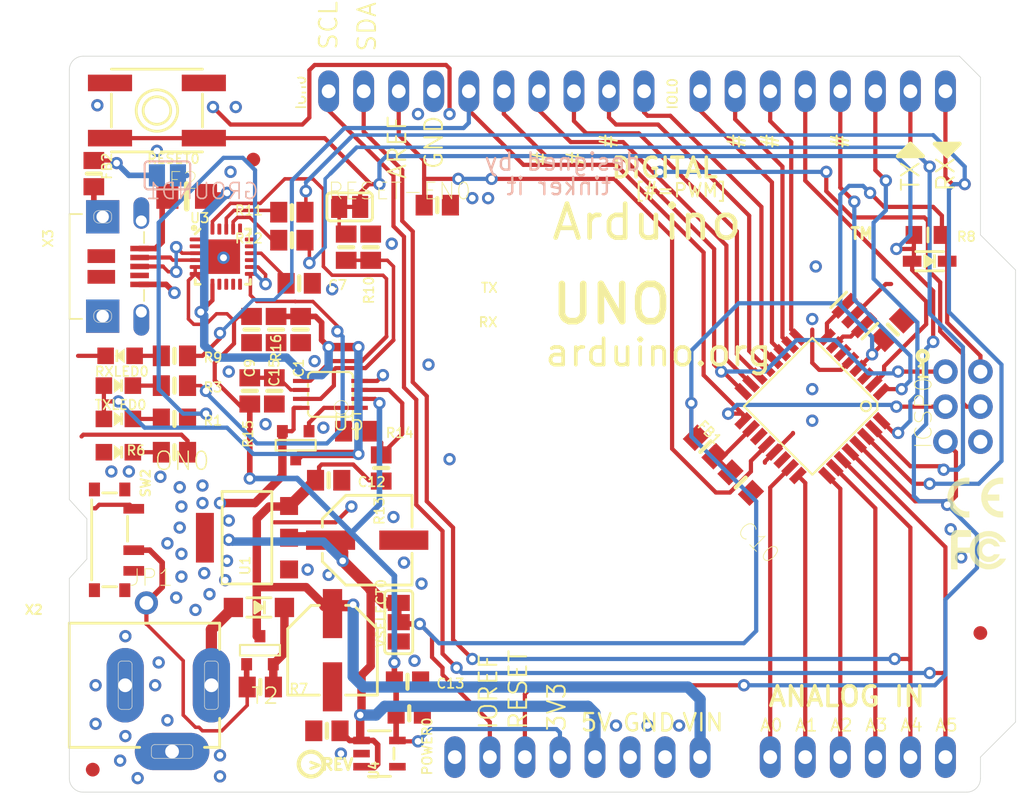
<source format=kicad_pcb>
(kicad_pcb (version 20211014) (generator pcbnew)
  (layers (0 "F.Cu" signal) (31 "B.Cu" signal) (34 "B.Paste" user) (35 "F.Paste" user) (36 "B.SilkS" user "B.Silkscreen") (37 "F.SilkS" user "F.Silkscreen") (38 "B.Mask" user) (39 "F.Mask" user) (44 "Edge.Cuts" user))
  (net 0 "")
  (net 1 "+5V")
  (net 2 "GND")
  (net 3 "AREF")
  (net 4 "RESET")
  (net 5 "VIN")
  (net 6 "SCK")
  (net 7 "PWRIN")
  (net 8 "D-")
  (net 9 "D+")
  (net 10 "MISO")
  (net 11 "MOSI")
  (net 12 "SS")
  (net 13 "DTR")
  (net 14 "GATE_CMD")
  (net 15 "CMP")
  (net 16 "USBVCC")
  (net 17 "XTAL2")
  (net 18 "XTAL1")
  (net 19 "USHIELD")
  (net 20 "AD0")
  (net 21 "AD1")
  (net 22 "AD2")
  (net 23 "AD3")
  (net 24 "AD4/SDA")
  (net 25 "AD5/SCL")
  (net 26 "IO2")
  (net 27 "IO1")
  (net 28 "IO0")
  (net 29 "IO3")
  (net 30 "IO4")
  (net 31 "IO5")
  (net 32 "IO6")
  (net 33 "IO7")
  (net 34 "IO8")
  (net 35 "IO9")
  (net 36 "N$1")
  (net 37 "AVCC")
  (net 38 "3.3V")
  (net 39 "N$13")
  (net 40 "RXD")
  (net 41 "TXD")
  (net 42 "VBUS")
  (net 43 "RXLED")
  (net 44 "N$5")
  (net 45 "TXLED")
  (net 46 "N$7")
  (net 47 "N$3")
  (net 48 "VCCIO")
  (net 49 "N$2")
  (net 50 "N$8")
  (net 51 "N$11")
  (net 52 "DTR_5V")
  (net 53 "N$15")
  (net 54 "N$16")
  (footprint "boardEagle:4UCONN_20329_V2" (layer "F.Cu") (at 118.5291 93.5736 -90)
    (fp_text reference "X3")
    (fp_text value "20329")
    (fp_line (start -3.15 1.6) (end -3.15 2.15) (layer "Edge.Cuts") (width 0.05))
    (fp_line (start -3.5 2.55) (end -3.7 2.55) (layer "Edge.Cuts") (width 0.05))
    (fp_line (start -4.05 2.15) (end -4.05 1.6) (layer "Edge.Cuts") (width 0.05))
    (fp_line (start 3.15 2.2) (end 3.15 1.6) (layer "Edge.Cuts") (width 0.05))
    (fp_line (start -3.7 1.25) (end -3.5 1.25) (layer "Edge.Cuts") (width 0.05))
    (fp_line (start 4.05 1.6) (end 4.05 2.2) (layer "Edge.Cuts") (width 0.05))
    (fp_arc (start 3.6 2.55) (mid 3.302513 2.468198) (end 3.15 2.2) (layer "Edge.Cuts") (width 0.05))
    (fp_arc (start -4.05 1.6) (mid -3.947487 1.352513) (end -3.7 1.25) (layer "Edge.Cuts") (width 0.05))
    (fp_arc (start -3.5 1.25) (mid -3.252513 1.352513) (end -3.15 1.6) (layer "Edge.Cuts") (width 0.05))
    (fp_arc (start 4.05 2.2) (mid 3.897487 2.468198) (end 3.6 2.55) (layer "Edge.Cuts") (width 0.05))
    (fp_arc (start -3.15 2.15) (mid -3.242157 2.422487) (end -3.5 2.55) (layer "Edge.Cuts") (width 0.05))
    (fp_arc (start 3.15 1.6) (mid 3.302513 1.331802) (end 3.6 1.25) (layer "Edge.Cuts") (width 0.05))
    (fp_arc (start 3.6 1.25) (mid 3.897487 1.331802) (end 4.05 1.6) (layer "Edge.Cuts") (width 0.05))
    (fp_arc (start -3.7 2.55) (mid -3.957843 2.422487) (end -4.05 2.15) (layer "Edge.Cuts") (width 0.05))
  )
  (footprint "" (layer "F.Cu") (at 180.2511 124.0536)
    (fp_text reference "@HOLE1" hide)
    (fp_text value "")
  )
  (footprint "boardEagle:0805-NO" (layer "F.Cu") (at 129.1971 98.1456 -90)
    (fp_text reference "C15")
    (fp_text value "0.1uF")
  )
  (footprint "boardEagle:FIDUCIAL_1MM" (layer "F.Cu") (at 115.9091 130.0416)
    (fp_text reference "FD3" hide)
    (fp_text value "FIDUCIAL_1MM" hide)
  )
  (footprint "boardEagle:0805-NO" (layer "F.Cu") (at 135.0391 105.5116)
    (fp_text reference "R14")
    (fp_text value "10K")
  )
  (footprint "boardEagle:SOLDERJUMPER_2WAY_OPEN_NOPASTE" (layer "F.Cu") (at 138.0871 119.3546 90)
    (fp_text reference "VSELECT0")
    (fp_text value "")
  )
  (footprint "boardEagle:_0805MP" (layer "F.Cu") (at 176.4411 91.2876)
    (fp_text reference "R8")
    (fp_text value "10K")
  )
  (footprint "boardEagle:CHIPLED_0805_NOOUTLINE" (layer "F.Cu") (at 117.8941 100.0506 90)
    (fp_text reference "L0" hide)
    (fp_text value "RED")
  )
  (footprint "boardEagle:SOT23-5" (layer "F.Cu") (at 136.6901 128.8796 -90)
    (fp_text reference "U4")
    (fp_text value "AP2112-3.3")
  )
  (footprint "boardEagle:SOLDERJUMPER_CLOSEDWIRE" (layer "F.Cu") (at 134.5311 89.2556)
    (fp_text reference "RESET-EN0")
    (fp_text value "")
  )
  (footprint "" (layer "F.Cu") (at 129.4511 80.8736)
    (fp_text reference "@HOLE2" hide)
    (fp_text value "")
  )
  (footprint "boardEagle:SOT223-R" (layer "F.Cu") (at 127.0889 113.2332 90)
    (fp_text reference "U1")
    (fp_text value "NCP1117ST50T3G")
  )
  (footprint "boardEagle:0805-NO" (layer "F.Cu") (at 121.8311 107.0356 180)
    (fp_text reference "R6")
    (fp_text value "1K")
  )
  (footprint "boardEagle:QFN24_4MM_SMSC" (layer "F.Cu") (at 125.3363 92.8624)
    (fp_text reference "U3")
    (fp_text value "CP2104")
  )
  (footprint "boardEagle:SPDT_SMT_SSSS811101" (layer "F.Cu") (at 117.1321 113.3856 -90)
    (fp_text reference "SW2")
    (fp_text value "")
  )
  (footprint "boardEagle:RESONATOR" (layer "F.Cu") (at 171.1071 97.1296 -45)
    (fp_text reference "Y2" hide)
    (fp_text value "CSTCE16M0V53-R0 16MHZ")
  )
  (footprint "boardEagle:0805-NO" (layer "F.Cu") (at 138.8491 125.9586 180)
    (fp_text reference "C3" hide)
    (fp_text value "10uF")
  )
  (footprint "boardEagle:PCBFEAT-REV-040" (layer "F.Cu") (at 131.7371 129.6416)
    (fp_text reference "U$15" hide)
    (fp_text value "" hide)
  )
  (footprint "boardEagle:0805-NO" (layer "F.Cu") (at 121.8311 100.0506)
    (fp_text reference "R9")
    (fp_text value "1K")
  )
  (footprint "boardEagle:0805-NO" (layer "F.Cu") (at 121.8311 104.6226)
    (fp_text reference "R1")
    (fp_text value "1K")
  )
  (footprint "boardEagle:DCJACK_2MM_PTH" (layer "F.Cu") (at 110.9091 123.9266)
    (fp_text reference "X2")
    (fp_text value "")
    (fp_line (start 13.35 -1.75) (end 13.85 -1.75) (layer "Edge.Cuts") (width 0.05))
    (fp_line (start 7.6 1.75) (end 7.1 1.75) (layer "Edge.Cuts") (width 0.05))
    (fp_line (start 6.85 1.5) (end 6.85 -1.5) (layer "Edge.Cuts") (width 0.05))
    (fp_line (start 7.1 -1.75) (end 7.6 -1.75) (layer "Edge.Cuts") (width 0.05))
    (fp_line (start 9.5 4.3) (end 12 4.3) (layer "Edge.Cuts") (width 0.05))
    (fp_line (start 7.85 -1.5) (end 7.85 1.5) (layer "Edge.Cuts") (width 0.05))
    (fp_line (start 9.25 5.05) (end 9.25 4.55) (layer "Edge.Cuts") (width 0.05))
    (fp_line (start 12.25 4.55) (end 12.25 5.05) (layer "Edge.Cuts") (width 0.05))
    (fp_line (start 14.1 -1.5) (end 14.1 1.5) (layer "Edge.Cuts") (width 0.05))
    (fp_line (start 13.1 1.5) (end 13.1 -1.5) (layer "Edge.Cuts") (width 0.05))
    (fp_line (start 13.85 1.75) (end 13.35 1.75) (layer "Edge.Cuts") (width 0.05))
    (fp_line (start 12 5.3) (end 9.5 5.3) (layer "Edge.Cuts") (width 0.05))
    (fp_arc (start 6.85 -1.5) (mid 6.923223 -1.676777) (end 7.1 -1.75) (layer "Edge.Cuts") (width 0.05))
    (fp_arc (start 14.1 1.5) (mid 14.026777 1.676777) (end 13.85 1.75) (layer "Edge.Cuts") (width 0.05))
    (fp_arc (start 12 4.3) (mid 12.176777 4.373223) (end 12.25 4.55) (layer "Edge.Cuts") (width 0.05))
    (fp_arc (start 12.25 5.05) (mid 12.176777 5.226777) (end 12 5.3) (layer "Edge.Cuts") (width 0.05))
    (fp_arc (start 13.35 1.75) (mid 13.173223 1.676777) (end 13.1 1.5) (layer "Edge.Cuts") (width 0.05))
    (fp_arc (start 13.1 -1.5) (mid 13.173223 -1.676777) (end 13.35 -1.75) (layer "Edge.Cuts") (width 0.05))
    (fp_arc (start 7.1 1.75) (mid 6.923223 1.676777) (end 6.85 1.5) (layer "Edge.Cuts") (width 0.05))
    (fp_arc (start 9.25 4.55) (mid 9.323223 4.373223) (end 9.5 4.3) (layer "Edge.Cuts") (width 0.05))
    (fp_arc (start 7.6 -1.75) (mid 7.776777 -1.676777) (end 7.85 -1.5) (layer "Edge.Cuts") (width 0.05))
    (fp_arc (start 9.5 5.3) (mid 9.323223 5.226777) (end 9.25 5.05) (layer "Edge.Cuts") (width 0.05))
    (fp_arc (start 7.85 1.5) (mid 7.776777 1.676777) (end 7.6 1.75) (layer "Edge.Cuts") (width 0.05))
    (fp_arc (start 13.85 -1.75) (mid 14.026777 -1.676777) (end 14.1 -1.5) (layer "Edge.Cuts") (width 0.05))
  )
  (footprint "boardEagle:1X01_ROUND" (layer "F.Cu") (at 119.7991 117.9576)
    (fp_text reference "JP1")
    (fp_text value "")
  )
  (footprint "boardEagle:METROSILK_BOT" (layer "F.Cu") (at 114.2111 131.6736)
    (fp_text reference "U$14" hide)
    (fp_text value "" hide)
  )
  (footprint "boardEagle:SOT-23" (layer "F.Cu") (at 130.5941 106.5276)
    (fp_text reference "T1" hide)
    (fp_text value "DMP3098L")
  )
  (footprint "boardEagle:0805-NO" (layer "F.Cu") (at 130.3401 89.6366 180)
    (fp_text reference "R11")
    (fp_text value "1K")
  )
  (footprint "boardEagle:1X08_OVAL" (layer "F.Cu") (at 151.0411 129.1336)
    (fp_text reference "POWER0")
    (fp_text value "20610" hide)
  )
  (footprint "boardEagle:0805-NO" (layer "F.Cu") (at 127.2921 102.5906 -90)
    (fp_text reference "R15")
    (fp_text value "10K")
  )
  (footprint "boardEagle:EVQ-Q2" (layer "F.Cu") (at 120.5611 82.2706 180)
    (fp_text reference "RESET0")
    (fp_text value "6mm")
  )
  (footprint "boardEagle:0805-NO" (layer "F.Cu") (at 140.8811 89.1286 180)
    (fp_text reference "C4" hide)
    (fp_text value "0.1uF")
  )
  (footprint "boardEagle:0805-NO" (layer "F.Cu") (at 136.0551 92.1766 -90)
    (fp_text reference "R10")
    (fp_text value "1K")
  )
  (footprint "boardEagle:0805-NO" (layer "F.Cu") (at 133.0071 109.0676)
    (fp_text reference "C12")
    (fp_text value "0.1uF")
  )
  (footprint "boardEagle:SOD-323" (layer "F.Cu") (at 176.5681 93.1926 180)
    (fp_text reference "D2" hide)
    (fp_text value "1N4148")
  )
  (footprint "boardEagle:0805-NO" (layer "F.Cu") (at 128.0541 124.0536)
    (fp_text reference "R7")
    (fp_text value "10K")
  )
  (footprint "boardEagle:1X10_OVAL" (layer "F.Cu") (at 144.4371 80.8736)
    (fp_text reference "IOH0")
    (fp_text value "20611" hide)
  )
  (footprint "boardEagle:SYMBOL_FCC_TINY" (layer "F.Cu") (at 178.1175 115.5192)
    (fp_text reference "U$16" hide)
    (fp_text value "" hide)
  )
  (footprint "boardEagle:2X03_ROUND_70MIL" (layer "F.Cu") (at 178.9811 103.7336 -90)
    (fp_text reference "ICSP0")
    (fp_text value "3x2 M")
  )
  (footprint "boardEagle:METROSILK_CP2104_TOP" (layer "F.Cu") (at 114.2111 131.6736)
    (fp_text reference "U$4" hide)
    (fp_text value "" hide)
  )
  (footprint "boardEagle:SYMBOL_CE_TINY" (layer "F.Cu") (at 177.8635 111.76)
    (fp_text reference "U$17" hide)
    (fp_text value "" hide)
  )
  (footprint "boardEagle:0805-NO" (layer "F.Cu") (at 132.8801 127.2286)
    (fp_text reference "C2" hide)
    (fp_text value "0.1uF")
  )
  (footprint "boardEagle:0805-NO" (layer "F.Cu") (at 115.9891 86.8426 -90)
    (fp_text reference "FB2")
    (fp_text value "FERRITE")
  )
  (footprint "boardEagle:CHIPLED_0805_NOOUTLINE" (layer "F.Cu") (at 117.7671 102.2096 -90)
    (fp_text reference "RXLED0")
    (fp_text value "YELLOW")
  )
  (footprint "boardEagle:0805-NO" (layer "F.Cu") (at 173.9011 98.1456 -135)
    (fp_text reference "C6" hide)
    (fp_text value "0.1uF")
  )
  (footprint "boardEagle:FIDUCIAL_1MM" (layer "F.Cu") (at 127.5461 85.8266)
    (fp_text reference "FD1" hide)
    (fp_text value "FIDUCIAL_1MM" hide)
  )
  (footprint "boardEagle:1X08_OVAL" (layer "F.Cu") (at 168.8211 80.8736)
    (fp_text reference "IOL0")
    (fp_text value "20610" hide)
  )
  (footprint "boardEagle:0805-NO" (layer "F.Cu") (at 138.7221 123.6726)
    (fp_text reference "C13")
    (fp_text value "0.1uF")
  )
  (footprint "boardEagle:0805-NO" (layer "F.Cu") (at 130.3401 91.6686 180)
    (fp_text reference "R12")
    (fp_text value "1K")
  )
  (footprint "" (layer "F.Cu") (at 180.2511 96.1136)
    (fp_text reference "@HOLE0" hide)
    (fp_text value "")
  )
  (footprint "boardEagle:PANASONIC_D" (layer "F.Cu") (at 133.2865 121.3866 90)
    (fp_text reference "PC1" hide)
    (fp_text value "47uF/25V")
  )
  (footprint "boardEagle:PANASONIC_D" (layer "F.Cu") (at 135.8011 113.411 180)
    (fp_text reference "PC2" hide)
    (fp_text value "47uF+/6.3V+")
  )
  (footprint "boardEagle:0805_10MGAP" (layer "F.Cu") (at 162.873887 109.238182 135)
    (fp_text reference "C10")
    (fp_text value "0.1uF")
  )
  (footprint "boardEagle:0805-NO" (layer "F.Cu") (at 129.0701 102.5906 90)
    (fp_text reference "R16")
    (fp_text value "10K")
  )
  (footprint "boardEagle:1X06_OVAL" (layer "F.Cu") (at 171.3611 129.1336)
    (fp_text reference "AD0" hide)
    (fp_text value "20609" hide)
  )
  (footprint "boardEagle:TQFP32-08" (layer "F.Cu") (at 168.069218 103.705432 -135)
    (fp_text reference "ZU4" hide)
    (fp_text value "ATMEGA328P-AU")
  )
  (footprint "boardEagle:1206-NO" (layer "F.Cu") (at 122.7201 88.4936)
    (fp_text reference "F2")
    (fp_text value "500mA")
  )
  (footprint "" (layer "F.Cu") (at 128.1811 129.1336)
    (fp_text reference "@HOLE3" hide)
    (fp_text value "")
  )
  (footprint "boardEagle:MSOP08" (layer "F.Cu") (at 133.1341 102.8446 90)
    (fp_text reference "U5")
    (fp_text value "LMV358IDGKR")
  )
  (footprint "boardEagle:0805-NO" (layer "F.Cu") (at 160.3121 106.6546 -45)
    (fp_text reference "FB1")
    (fp_text value "FERRITE")
  )
  (footprint "boardEagle:0805-NO" (layer "F.Cu") (at 134.2771 92.1766 90)
    (fp_text reference "C5" hide)
    (fp_text value "0.1uF")
  )
  (footprint "boardEagle:0805-NO" (layer "F.Cu") (at 136.8171 108.1786 -90)
    (fp_text reference "R13")
    (fp_text value "10K")
  )
  (footprint "boardEagle:SOT-23" (layer "F.Cu") (at 128.0541 121.3866 180)
    (fp_text reference "T2")
    (fp_text value "DMP3098L")
  )
  (footprint "boardEagle:SOD-123" (layer "F.Cu") (at 127.9525 118.2878 180)
    (fp_text reference "D1" hide)
    (fp_text value "MBR120")
  )
  (footprint "boardEagle:CHIPLED_0805_NOOUTLINE" (layer "F.Cu") (at 117.7671 104.6226 -90)
    (fp_text reference "TXLED0")
    (fp_text value "YELLOW")
  )
  (footprint "boardEagle:0805-NO" (layer "F.Cu") (at 130.9751 98.1456 -90)
    (fp_text reference "C1")
    (fp_text value "10uF")
  )
  (footprint "boardEagle:CHIPLED_0805_NOOUTLINE" (layer "F.Cu") (at 117.7671 107.0356 -90)
    (fp_text reference "ON0")
    (fp_text value "GREEN")
  )
  (footprint "boardEagle:FIDUCIAL_1MM" (layer "F.Cu") (at 180.2431 120.1396)
    (fp_text reference "FD2" hide)
    (fp_text value "FIDUCIAL_1MM" hide)
  )
  (footprint "boardEagle:0805-NO" (layer "F.Cu") (at 121.8311 102.2096)
    (fp_text reference "R3")
    (fp_text value "1K")
  )
  (footprint "boardEagle:0805-NO" (layer "F.Cu") (at 130.8735 94.7928)
    (fp_text reference "C7")
    (fp_text value "10uF")
  )
  (footprint "boardEagle:0805-NO" (layer "F.Cu") (at 127.4191 98.1456 -90)
    (fp_text reference "C9")
    (fp_text value "0.1uF")
  )
  (footprint "boardEagle:SJ" (layer "B.Cu") (at 121.3231 86.9696)
    (fp_text reference "GROUND1")
    (fp_text value "")
  )
  (gr_line (start 175.1711 84.9376) (end 175.6791 85.4456) (layer "F.SilkS") (width 0.3048))
  (gr_line (start 178.3461 84.8106) (end 177.8381 85.3186) (layer "F.SilkS") (width 0.3048))
  (gr_line (start 174.9171 85.4456) (end 175.2981 85.1916) (layer "F.SilkS") (width 0.3048))
  (gr_line (start 178.7271 84.6836) (end 176.9491 84.6836) (layer "F.SilkS") (width 0.3048))
  (gr_line (start 177.8381 85.0646) (end 177.8381 85.1916) (layer "F.SilkS") (width 0.3048))
  (gr_circle (center 176.0601 100.0506) (end 176.419309 100.0506) (layer "F.SilkS") (width 0.3048) (fill none))
  (gr_line (start 177.3301 84.8106) (end 178.3461 84.8106) (layer "F.SilkS") (width 0.3048))
  (gr_line (start 177.8381 85.5726) (end 178.7271 84.6836) (layer "F.SilkS") (width 0.3048))
  (gr_line (start 175.1711 84.6836) (end 174.2821 85.5726) (layer "F.SilkS") (width 0.3048))
  (gr_line (start 177.8381 85.3186) (end 177.4571 84.9376) (layer "F.SilkS") (width 0.3048))
  (gr_line (start 174.6631 85.4456) (end 175.1711 84.9376) (layer "F.SilkS") (width 0.3048))
  (gr_line (start 176.0601 85.5726) (end 175.1711 84.6836) (layer "F.SilkS") (width 0.3048))
  (gr_line (start 175.6791 85.4456) (end 174.9171 85.4456) (layer "F.SilkS") (width 0.3048))
  (gr_line (start 177.4571 84.9376) (end 177.9651 84.9376) (layer "F.SilkS") (width 0.3048))
  (gr_line (start 174.2821 85.5726) (end 176.0601 85.5726) (layer "F.SilkS") (width 0.3048))
  (gr_line (start 176.9491 84.6836) (end 177.8381 85.5726) (layer "F.SilkS") (width 0.3048))
  (gr_line (start 114.2111 110.4646) (end 114.2111 79.3336) (layer "Edge.Cuts") (width 0.05))
  (gr_line (start 115.4811 111.8616) (end 114.2111 110.4646) (layer "Edge.Cuts") (width 0.05))
  (gr_line (start 180.2511 91.2876) (end 182.7911 93.8276) (layer "Edge.Cuts") (width 0.05))
  (gr_line (start 180.2511 129.1336) (end 180.2511 130.6736) (layer "Edge.Cuts") (width 0.05))
  (gr_line (start 115.4811 114.7826) (end 115.4811 111.8616) (layer "Edge.Cuts") (width 0.05))
  (gr_line (start 179.2511 131.6736) (end 115.2111 131.6736) (layer "Edge.Cuts") (width 0.05))
  (gr_line (start 114.2111 130.6736) (end 114.2111 116.1796) (layer "Edge.Cuts") (width 0.05))
  (gr_line (start 180.2511 79.8576) (end 180.2511 91.2876) (layer "Edge.Cuts") (width 0.05))
  (gr_arc (start 115.2111 131.6736) (mid 114.503993 131.380707) (end 114.2111 130.6736) (layer "Edge.Cuts") (width 0.05))
  (gr_arc (start 114.2111 79.3336) (mid 114.503993 78.626493) (end 115.2111 78.3336) (layer "Edge.Cuts") (width 0.05))
  (gr_line (start 115.2111 78.3336) (end 178.7271 78.3336) (layer "Edge.Cuts") (width 0.05))
  (gr_line (start 182.7911 93.8276) (end 182.7911 126.5936) (layer "Edge.Cuts") (width 0.05))
  (gr_line (start 114.2111 116.1796) (end 115.4811 114.7826) (layer "Edge.Cuts") (width 0.05))
  (gr_arc (start 180.2511 130.6736) (mid 179.958207 131.380707) (end 179.2511 131.6736) (layer "Edge.Cuts") (width 0.05))
  (gr_line (start 178.7271 78.3336) (end 180.2511 79.8576) (layer "Edge.Cuts") (width 0.05))
  (gr_line (start 182.7911 126.5936) (end 180.2511 129.1336) (layer "Edge.Cuts") (width 0.05))
  (gr_text "designed by" (at 155.7401 86.7156) (layer "B.SilkS") (effects (font (size 1.251712 1.251712) (thickness 0.170688)) (justify left bottom mirror)))
  (gr_text "tinker it" (at 153.5811 88.4936) (layer "B.SilkS") (effects (font (size 1.251712 1.251712) (thickness 0.170688)) (justify left bottom mirror)))
  (gr_text "A5" (at 176.8997 127.3434) (layer "F.SilkS") (effects (font (size 0.89408 0.89408) (thickness 0.12192)) (justify left bottom)))
  (gr_text "SDA" (at 136.5333 78.0928 90) (layer "F.SilkS") (effects (font (size 1.28016 1.28016) (thickness 0.14224)) (justify left bottom)))
  (gr_text "RESET" (at 147.4851 127.2286 90) (layer "F.SilkS") (effects (font (size 1.28016 1.28016) (thickness 0.14224)) (justify left bottom)))
  (gr_text "VIN" (at 158.5341 127.3556) (layer "F.SilkS") (effects (font (size 1.251712 1.251712) (thickness 0.170688)) (justify left bottom)))
  (gr_text "5V" (at 151.1681 127.3556) (layer "F.SilkS") (effects (font (size 1.251712 1.251712) (thickness 0.170688)) (justify left bottom)))
  (gr_text "#" (at 153.8351 85.0646 90) (layer "F.SilkS") (effects (font (size 0.972312 0.972312) (thickness 0.145288)) (justify left bottom)))
  (gr_text "UNO" (at 148.9583 97.8916) (layer "F.SilkS") (effects (font (size 2.69875 2.69875) (thickness 0.47625)) (justify left bottom)))
  (gr_text "A1" (at 166.7397 127.3434) (layer "F.SilkS") (effects (font (size 0.89408 0.89408) (thickness 0.12192)) (justify left bottom)))
  (gr_text "#" (at 148.8821 86.3346 90) (layer "F.SilkS") (effects (font (size 0.972312 0.972312) (thickness 0.145288)) (justify left bottom)))
  (gr_text "IOREF" (at 145.3261 127.2286 90) (layer "F.SilkS") (effects (font (size 1.28016 1.28016) (thickness 0.14224)) (justify left bottom)))
  (gr_text "#" (at 151.4221 86.3346 90) (layer "F.SilkS") (effects (font (size 0.972312 0.972312) (thickness 0.145288)) (justify left bottom)))
  (gr_text "#" (at 170.5991 85.0646 90) (layer "F.SilkS") (effects (font (size 0.972312 0.972312) (thickness 0.145288)) (justify left bottom)))
  (gr_text "DIGITAL" (at 153.3635 87.2594) (layer "F.SilkS") (effects (font (size 1.42494 1.42494) (thickness 0.25146)) (justify left bottom)))
  (gr_text "SCL" (at 133.7393 77.9658 90) (layer "F.SilkS") (effects (font (size 1.28016 1.28016) (thickness 0.14224)) (justify left bottom)))
  (gr_text "#" (at 163.1061 85.0646 90) (layer "F.SilkS") (effects (font (size 0.972312 0.972312) (thickness 0.145288)) (justify left bottom)))
  (gr_text "A0" (at 164.1997 127.3434) (layer "F.SilkS") (effects (font (size 0.89408 0.89408) (thickness 0.12192)) (justify left bottom)))
  (gr_text "ANALOG IN" (at 164.7571 125.5776) (layer "F.SilkS") (effects (font (size 1.42494 1.42494) (thickness 0.25146)) (justify left bottom)))
  (gr_text "GND" (at 154.2245 127.3688) (layer "F.SilkS") (effects (font (size 1.251712 1.251712) (thickness 0.170688)) (justify left bottom)))
  (gr_text "1" (at 175.4575 101.7292) (layer "F.SilkS") (effects (font (size 1.0795 1.0795) (thickness 0.1905)) (justify left bottom)))
  (gr_text "arduino.org" (at 148.5519 100.9396) (layer "F.SilkS") (effects (font (size 1.922272 1.922272) (thickness 0.262128)) (justify left bottom)))
  (gr_text "TX" (at 175.9287 88.2274 90) (layer "F.SilkS") (effects (font (size 1.28016 1.28016) (thickness 0.14224)) (justify left bottom)))
  (gr_text "3V3" (at 150.2791 127.3556 90) (layer "F.SilkS") (effects (font (size 1.28016 1.28016) (thickness 0.14224)) (justify left bottom)))
  (gr_text "A2" (at 169.2797 127.3434) (layer "F.SilkS") (effects (font (size 0.89408 0.89408) (thickness 0.12192)) (justify left bottom)))
  (gr_text "RX" (at 178.4731 88.2396 90) (layer "F.SilkS") (effects (font (size 1.28016 1.28016) (thickness 0.14224)) (justify left bottom)))
  (gr_text "A3" (at 171.8197 127.3434) (layer "F.SilkS") (effects (font (size 0.89408 0.89408) (thickness 0.12192)) (justify left bottom)))
  (gr_text "AREF" (at 137.2279 82.5114 90) (layer "F.SilkS") (effects (font (size 1.28016 1.28016) (thickness 0.14224)) (justify right top)))
  (gr_text "TM" (at 170.7261 91.6686) (layer "F.SilkS") (effects (font (size 0.8128 0.8128) (thickness 0.2032)) (justify left bottom)))
  (gr_text "RX" (at 143.8021 98.0186) (layer "F.SilkS") (effects (font (size 0.69088 0.69088) (thickness 0.12192)) (justify left bottom)))
  (gr_text "TX" (at 145.3261 94.7166) (layer "F.SilkS") (effects (font (size 0.69088 0.69088) (thickness 0.12192)) (justify right top)))
  (gr_text "GND" (at 139.8841 82.5368 90) (layer "F.SilkS") (effects (font (size 1.28016 1.28016) (thickness 0.14224)) (justify right top)))
  (gr_text "#" (at 165.5191 85.0646 90) (layer "F.SilkS") (effects (font (size 0.972312 0.972312) (thickness 0.145288)) (justify left bottom)))
  (gr_text "A4" (at 174.3597 127.3434) (layer "F.SilkS") (effects (font (size 0.89408 0.89408) (thickness 0.12192)) (justify left bottom)))
  (gr_text "Arduino" (at 149.0091 91.7956) (layer "F.SilkS") (effects (font (size 2.45872 2.45872) (thickness 0.33528)) (justify left bottom)))
  (gr_text "[#=PWM]" (at 155.1051 88.6206) (layer "F.SilkS") (effects (font (size 0.972312 0.972312) (thickness 0.145288)) (justify left bottom)))
  (segment (start 130.1389 113.2332) (end 132.9693 113.2332) (width 0.8128) (layer "F.Cu") (net 1))
  (segment (start 136.0551 116.9416) (end 134.0231 114.9096) (width 0.8128) (layer "F.Cu") (net 1))
  (segment (start 130.5071 103.8206) (end 130.4671 103.8606) (width 0.3048) (layer "F.Cu") (net 1))
  (segment (start 132.9693 113.2332) (end 133.1471 113.411) (width 0.8128) (layer "F.Cu") (net 1))
  (segment (start 127.6731 110.7186) (end 125.1331 110.7186) (width 0.6096) (layer "F.Cu") (net 1))
  (segment (start 133.8301 127.2286) (end 134.5311 127.9296) (width 0.4064) (layer "F.Cu") (net 1))
  (segment (start 134.0231 114.9096) (end 134.0231 114.287) (width 0.8128) (layer "F.Cu") (net 1))
  (segment (start 135.3901 123.1946) (end 136.0551 122.5296) (width 0.6096) (layer "F.Cu") (net 1))
  (segment (start 130.4671 105.3846) (end 130.3401 105.5116) (width 0.3048) (layer "F.Cu") (net 1))
  (segment (start 138.0871 117.9576) (end 137.0277 117.9576) (width 0.8128) (layer "F.Cu") (net 1))
  (segment (start 135.456 129.8956) (end 135.39 129.8296) (width 0.4064) (layer "F.Cu") (net 1))
  (segment (start 136.5631 129.6416) (end 136.3091 129.8956) (width 0.4064) (layer "F.Cu") (net 1))
  (segment (start 135.39 127.9296) (end 135.39 127.9295) (width 0.4064) (layer "F.Cu") (net 1))
  (segment (start 129.6543 105.5116) (end 129.6543 108.7374) (width 0.6096) (layer "F.Cu") (net 1))
  (segment (start 137.0277 117.9576) (end 136.0551 116.985) (width 0.8128) (layer "F.Cu") (net 1))
  (segment (start 136.0551 122.5296) (end 136.0551 116.985) (width 0.6096) (layer "F.Cu") (net 1))
  (segment (start 136.3091 129.8956) (end 135.456 129.8956) (width 0.4064) (layer "F.Cu") (net 1))
  (segment (start 136.2481 127.9296) (end 136.5631 128.2446) (width 0.4064) (layer "F.Cu") (net 1))
  (segment (start 130.4671 103.8606) (end 130.4671 105.3846) (width 0.3048) (layer "F.Cu") (net 1))
  (segment (start 135.3901 125.9886) (end 135.2931 126.0856) (width 0.6096) (layer "F.Cu") (net 1))
  (segment (start 134.0231 114.287) (end 133.1471 113.411) (width 0.8128) (layer "F.Cu") (net 1))
  (segment (start 135.2931 126.0856) (end 135.2931 127.8326) (width 0.6096) (layer "F.Cu") (net 1))
  (segment (start 136.0551 116.985) (end 136.0551 116.9416) (width 0.8128) (layer "F.Cu") (net 1))
  (segment (start 135.3901 123.1946) (end 135.3901 125.9886) (width 0.6096) (layer "F.Cu") (net 1))
  (segment (start 130.3401 105.5116) (end 129.6543 105.5116) (width 0.3048) (layer "F.Cu") (net 1))
  (segment (start 134.5311 127.9296) (end 135.39 127.9296) (width 0.4064) (layer "F.Cu") (net 1))
  (segment (start 136.5631 128.2446) (end 136.5631 129.6416) (width 0.4064) (layer "F.Cu") (net 1))
  (segment (start 131.0221 103.8206) (end 130.5071 103.8206) (width 0.3048) (layer "F.Cu") (net 1))
  (segment (start 129.6543 108.7374) (end 127.6731 110.7186) (width 0.6096) (layer "F.Cu") (net 1))
  (segment (start 135.39 127.9295) (end 135.2931 127.8326) (width 0.4064) (layer "F.Cu") (net 1))
  (segment (start 135.39 127.9296) (end 136.2481 127.9296) (width 0.4064) (layer "F.Cu") (net 1))
  (via (at 121.3231 113.6396) (size 0.889) (drill 0.4826) (layers "F.Cu" "B.Cu") (net 1))
  (via (at 123.8631 110.7186) (size 0.889) (drill 0.4826) (layers "F.Cu" "B.Cu") (net 1))
  (via (at 123.9901 115.7986) (size 0.889) (drill 0.4826) (layers "F.Cu" "B.Cu") (net 1))
  (via (at 125.5141 116.3066) (size 0.889) (drill 0.4826) (layers "F.Cu" "B.Cu") (net 1))
  (via (at 122.3391 114.4016) (size 0.889) (drill 0.4826) (layers "F.Cu" "B.Cu") (net 1))
  (via (at 122.2121 109.5756) (size 0.889) (drill 0.4826) (layers "F.Cu" "B.Cu") (net 1))
  (via (at 123.8631 109.4486) (size 0.889) (drill 0.4826) (layers "F.Cu" "B.Cu") (net 1))
  (via (at 122.3391 110.9726) (size 0.889) (drill 0.4826) (layers "F.Cu" "B.Cu") (net 1))
  (via (at 135.2931 126.0856) (size 0.889) (drill 0.4826) (layers "F.Cu" "B.Cu") (net 1))
  (via (at 125.1331 110.7186) (size 0.889) (drill 0.4826) (layers "F.Cu" "B.Cu") (net 1))
  (via (at 125.6411 114.9096) (size 0.889) (drill 0.4826) (layers "F.Cu" "B.Cu") (net 1))
  (via (at 122.2121 112.4966) (size 0.889) (drill 0.4826) (layers "F.Cu" "B.Cu") (net 1))
  (via (at 124.3711 117.3226) (size 0.889) (drill 0.4826) (layers "F.Cu" "B.Cu") (net 1))
  (via (at 118.5291 108.4326) (size 0.889) (drill 0.4826) (layers "F.Cu" "B.Cu") (net 1))
  (via (at 117.2591 108.4326) (size 0.889) (drill 0.4826) (layers "F.Cu" "B.Cu") (net 1))
  (via (at 125.7681 113.3856) (size 0.889) (drill 0.4826) (layers "F.Cu" "B.Cu") (net 1))
  (via (at 123.3551 118.4656) (size 0.889) (drill 0.4826) (layers "F.Cu" "B.Cu") (net 1))
  (via (at 122.3391 116.0526) (size 0.889) (drill 0.4826) (layers "F.Cu" "B.Cu") (net 1))
  (via (at 121.9581 117.5766) (size 0.889) (drill 0.4826) (layers "F.Cu" "B.Cu") (net 1))
  (via (at 120.8151 108.8136) (size 0.889) (drill 0.4826) (layers "F.Cu" "B.Cu") (net 1))
  (via (at 125.7681 111.9886) (size 0.889) (drill 0.4826) (layers "F.Cu" "B.Cu") (net 1))
  (via (at 134.0231 114.9096) (size 0.889) (drill 0.4826) (layers "F.Cu" "B.Cu") (net 1))
  (segment (start 132.6261 113.5126) (end 126.0221 113.5126) (width 0.6096) (layer "B.Cu") (net 1))
  (segment (start 151.8031 125.4506) (end 137.0711 125.4506) (width 0.8128) (layer "B.Cu") (net 1))
  (segment (start 126.0221 113.5126) (end 125.8951 113.3856) (width 0.6096) (layer "B.Cu") (net 1))
  (segment (start 136.4361 126.0856) (end 135.2931 126.0856) (width 0.8128) (layer "B.Cu") (net 1))
  (segment (start 137.0711 125.4506) (end 136.4361 126.0856) (width 0.8128) (layer "B.Cu") (net 1))
  (segment (start 125.8951 113.3856) (end 125.7681 113.3856) (width 0.6096) (layer "B.Cu") (net 1))
  (segment (start 152.3111 129.1336) (end 152.3111 125.9586) (width 0.8128) (layer "B.Cu") (net 1))
  (segment (start 134.0231 114.9096) (end 132.6261 113.5126) (width 0.6096) (layer "B.Cu") (net 1))
  (segment (start 152.3111 125.9586) (end 151.8031 125.4506) (width 0.8128) (layer "B.Cu") (net 1))
  (segment (start 135.2471 101.8706) (end 136.5211 101.8706) (width 0.3048) (layer "F.Cu") (net 2))
  (segment (start 136.5211 101.8706) (end 136.9441 101.4476) (width 0.3048) (layer "F.Cu") (net 2))
  (segment (start 121.2261 94.8736) (end 121.8311 95.4786) (width 0.4064) (layer "F.Cu") (net 2))
  (segment (start 133.5151 112.1156) (end 129.0701 112.1156) (width 0.3048) (layer "F.Cu") (net 2))
  (segment (start 116.8441 100.0506) (end 114.8461 100.0506) (width 0.3048) (layer "F.Cu") (net 2))
  (segment (start 166.6621 105.678238) (end 166.6621 105.6386) (width 0.3048) (layer "F.Cu") (net 2))
  (segment (start 168.0591 100.5586) (end 168.0591 98.1456) (width 0.3048) (layer "F.Cu") (net 2))
  (segment (start 173.3931 94.8436) (end 173.7741 94.8436) (width 0.3048) (layer "F.Cu") (net 2))
  (segment (start 116.3701 110.8456) (end 116.1161 111.0996) (width 0.3048) (layer "F.Cu") (net 2))
  (segment (start 131.6101 79.3496) (end 131.6101 82.7786) (width 0.3048) (layer "F.Cu") (net 2))
  (segment (start 122.3391 105.7656) (end 115.2271 105.7656) (width 0.3048) (layer "F.Cu") (net 2))
  (segment (start 122.7811 106.2076) (end 122.3391 105.7656) (width 0.3048) (layer "F.Cu") (net 2))
  (segment (start 165.316734 107.023604) (end 166.6621 105.678238) (width 0.3048) (layer "F.Cu") (net 2))
  (segment (start 122.7811 107.0356) (end 122.7811 106.2076) (width 0.3048) (layer "F.Cu") (net 2))
  (segment (start 123.3363 92.1124) (end 125.3363 92.1124) (width 0.254) (layer "F.Cu") (net 2))
  (segment (start 125.8951 83.2866) (end 124.6251 82.0166) (width 0.3048) (layer "F.Cu") (net 2))
  (segment (start 165.316734 107.023604) (end 164.6301 107.710238) (width 0.3048) (layer "F.Cu") (net 2))
  (segment (start 141.7701 82.5246) (end 141.7701 79.2226) (width 0.3048) (layer "F.Cu") (net 2))
  (segment (start 118.5921 110.8456) (end 116.3701 110.8456) (width 0.3048) (layer "F.Cu") (net 2))
  (segment (start 170.142362 101.0666) (end 168.5671 101.0666) (width 0.3048) (layer "F.Cu") (net 2))
  (segment (start 141.7701 79.2226) (end 141.5161 78.9686) (width 0.3048) (layer "F.Cu") (net 2))
  (segment (start 116.1161 111.0996) (end 115.9891 111.0996) (width 0.3048) (layer "F.Cu") (net 2))
  (segment (start 131.9911 78.9686) (end 131.6101 79.3496) (width 0.3048) (layer "F.Cu") (net 2))
  (segment (start 131.6101 82.7786) (end 131.1021 83.2866) (width 0.3048) (layer "F.Cu") (net 2))
  (segment (start 134.6581 110.9726) (end 133.5151 112.1156) (width 0.3048) (layer "F.Cu") (net 2))
  (segment (start 125.3363 92.1124) (end 125.3363 92.8624) (width 0.254) (layer "F.Cu") (net 2))
  (segment (start 168.5671 101.0666) (end 168.0591 100.5586) (width 0.3048) (layer "F.Cu") (net 2))
  (segment (start 131.1021 83.2866) (end 125.8951 83.2866) (width 0.3048) (layer "F.Cu") (net 2))
  (segment (start 170.8217 100.387263) (end 170.142362 101.0666) (width 0.3048) (layer "F.Cu") (net 2))
  (segment (start 115.2271 105.7656) (end 115.1001 105.8926) (width 0.3048) (layer "F.Cu") (net 2))
  (segment (start 118.8821 111.1356) (end 118.5921 110.8456) (width 0.3048) (layer "F.Cu") (net 2))
  (segment (start 171.1071 97.1296) (end 173.3931 94.8436) (width 0.3048) (layer "F.Cu") (net 2))
  (segment (start 119.3041 94.8736) (end 121.2261 94.8736) (width 0.4064) (layer "F.Cu") (net 2))
  (segment (start 141.5161 78.9686) (end 131.9911 78.9686) (width 0.3048) (layer "F.Cu") (net 2))
  (segment (start 164.6301 107.710238) (end 164.6301 107.7976) (width 0.3048) (layer "F.Cu") (net 2))
  (via (at 120.6881 122.2756) (size 0.889) (drill 0.4826) (layers "F.Cu" "B.Cu") (net 2))
  (via (at 143.4211 88.6206) (size 0.889) (drill 0.4826) (layers "F.Cu" "B.Cu") (net 2))
  (via (at 144.5641 88.6206) (size 0.889) (drill 0.4826) (layers "F.Cu" "B.Cu") (net 2))
  (via (at 133.8961 128.8796) (size 0.889) (drill 0.4826) (layers "F.Cu" "B.Cu") (net 2))
  (via (at 133.2611 95.2246) (size 0.889) (drill 0.4826) (layers "F.Cu" "B.Cu") (net 2))
  (via (at 125.1331 129.0066) (size 0.889) (drill 0.4826) (layers "F.Cu" "B.Cu") (net 2))
  (via (at 178.8541 114.6556) (size 0.889) (drill 0.4826) (layers "F.Cu" "B.Cu") (net 2))
  (via (at 138.4681 115.0366) (size 0.889) (drill 0.4826) (layers "F.Cu" "B.Cu") (net 2))
  (via (at 117.8941 129.3876) (size 0.889) (drill 0.4826) (layers "F.Cu" "B.Cu") (net 2))
  (via (at 140.2461 100.6856) (size 0.889) (drill 0.4826) (layers "F.Cu" "B.Cu") (net 2))
  (via (at 116.1161 123.9266) (size 0.889) (drill 0.4826) (layers "F.Cu" "B.Cu") (net 2))
  (via (at 124.6251 82.0166) (size 0.889) (drill 0.4826) (layers "F.Cu" "B.Cu") (net 2))
  (via (at 116.2431 81.8896) (size 0.889) (drill 0.4826) (layers "F.Cu" "B.Cu") (net 2))
  (via (at 133.0071 115.9256) (size 0.889) (drill 0.4826) (layers "F.Cu" "B.Cu") (net 2))
  (via (at 118.2751 120.3706) (size 0.889) (drill 0.4826) (layers "F.Cu" "B.Cu") (net 2))
  (via (at 158.4071 126.8476) (size 0.889) (drill 0.4826) (layers "F.Cu" "B.Cu") (net 2))
  (via (at 136.9441 101.4476) (size 0.889) (drill 0.4826) (layers "F.Cu" "B.Cu") (net 2))
  (via (at 139.4841 82.5246) (size 0.889) (drill 0.4826) (layers "F.Cu" "B.Cu") (net 2))
  (via (at 132.6261 105.2576) (size 0.889) (drill 0.4826) (layers "F.Cu" "B.Cu") (net 2))
  (via (at 141.7701 82.5246) (size 0.889) (drill 0.4826) (layers "F.Cu" "B.Cu") (net 2))
  (via (at 168.0591 104.7496) (size 0.889) (drill 0.4826) (layers "F.Cu" "B.Cu") (net 2))
  (via (at 134.6581 110.9726) (size 0.889) (drill 0.4826) (layers "F.Cu" "B.Cu") (net 2))
  (via (at 178.0921 112.6236) (size 0.889) (drill 0.4826) (layers "F.Cu" "B.Cu") (net 2))
  (via (at 125.8951 86.7156) (size 0.889) (drill 0.4826) (layers "F.Cu" "B.Cu") (net 2))
  (via (at 120.4341 123.9266) (size 0.889) (drill 0.4826) (layers "F.Cu" "B.Cu") (net 2))
  (via (at 141.7701 107.5436) (size 0.889) (drill 0.4826) (layers "F.Cu" "B.Cu") (net 2))
  (via (at 121.3231 126.4666) (size 0.889) (drill 0.4826) (layers "F.Cu" "B.Cu") (net 2))
  (via (at 126.2761 82.0166) (size 0.889) (drill 0.4826) (layers "F.Cu" "B.Cu") (net 2))
  (via (at 120.5611 85.1916) (size 0.889) (drill 0.4826) (layers "F.Cu" "B.Cu") (net 2))
  (via (at 118.2751 127.6096) (size 0.889) (drill 0.4826) (layers "F.Cu" "B.Cu") (net 2))
  (via (at 125.3871 92.9386) (size 0.9064) (drill 0.5) (layers "F.Cu" "B.Cu") (net 2))
  (via (at 121.8311 95.4786) (size 0.9064) (drill 0.5) (layers "F.Cu" "B.Cu") (net 2))
  (via (at 156.1211 126.8476) (size 0.889) (drill 0.4826) (layers "F.Cu" "B.Cu") (net 2))
  (via (at 153.8351 126.8476) (size 0.889) (drill 0.4826) (layers "F.Cu" "B.Cu") (net 2))
  (via (at 168.0591 97.3836) (size 0.889) (drill 0.4826) (layers "F.Cu" "B.Cu") (net 2))
  (via (at 131.4831 115.5446) (size 0.889) (drill 0.4826) (layers "F.Cu" "B.Cu") (net 2))
  (via (at 137.7061 111.7346) (size 0.889) (drill 0.4826) (layers "F.Cu" "B.Cu") (net 2))
  (via (at 168.0591 102.4636) (size 0.889) (drill 0.4826) (layers "F.Cu" "B.Cu") (net 2))
  (via (at 131.9911 100.4316) (size 0.889) (drill 0.4826) (layers "F.Cu" "B.Cu") (net 2))
  (via (at 139.7381 116.5606) (size 0.889) (drill 0.4826) (layers "F.Cu" "B.Cu") (net 2))
  (via (at 125.7681 101.1936) (size 0.889) (drill 0.4826) (layers "F.Cu" "B.Cu") (net 2))
  (via (at 128.4351 105.0036) (size 0.889) (drill 0.4826) (layers "F.Cu" "B.Cu") (net 2))
  (via (at 137.5791 91.9226) (size 0.889) (drill 0.4826) (layers "F.Cu" "B.Cu") (net 2))
  (via (at 125.1331 130.5306) (size 0.889) (drill 0.4826) (layers "F.Cu" "B.Cu") (net 2))
  (via (at 116.1161 126.7206) (size 0.889) (drill 0.4826) (layers "F.Cu" "B.Cu") (net 2))
  (via (at 119.1641 130.6576) (size 0.889) (drill 0.4826) (layers "F.Cu" "B.Cu") (net 2))
  (via (at 168.3131 93.5736) (size 0.889) (drill 0.4826) (layers "F.Cu" "B.Cu") (net 2))
  (via (at 139.2301 122.1486) (size 0.889) (drill 0.4826) (layers "F.Cu" "B.Cu") (net 2))
  (segment (start 122.0851 86.9696) (end 122.7201 86.9696) (width 0.4064) (layer "B.Cu") (net 2))
  (segment (start 157.8991 91.4146) (end 157.8991 106.7816) (width 0.3048) (layer "F.Cu") (net 3))
  (segment (start 163.6141 108.4326) (end 163.6141 107.6706) (width 0.3048) (layer "F.Cu") (net 3))
  (segment (start 162.0901 109.9566) (end 163.6141 108.4326) (width 0.3048) (layer "F.Cu") (net 3))
  (segment (start 153.7081 87.2236) (end 157.8991 91.4146) (width 0.3048) (layer "F.Cu") (net 3))
  (segment (start 139.9286 89.1261) (end 139.9311 89.1286) (width 0.3048) (layer "F.Cu") (net 3))
  (segment (start 161.0741 109.9566) (end 162.0901 109.9566) (width 0.3048) (layer "F.Cu") (net 3))
  (segment (start 139.9286 85.8901) (end 139.9286 87.2236) (width 0.3048) (layer "F.Cu") (net 3))
  (segment (start 163.6141 107.6706) (end 164.751046 106.533654) (width 0.3048) (layer "F.Cu") (net 3))
  (segment (start 142.4051 87.2236) (end 139.9286 87.2236) (width 0.3048) (layer "F.Cu") (net 3))
  (segment (start 153.7081 87.2236) (end 144.8181 87.2236) (width 0.3048) (layer "F.Cu") (net 3))
  (segment (start 138.0871 80.8736) (end 138.0871 84.0486) (width 0.3048) (layer "F.Cu") (net 3))
  (segment (start 138.0871 84.0486) (end 139.9286 85.8901) (width 0.3048) (layer "F.Cu") (net 3))
  (segment (start 157.8991 106.7816) (end 161.0741 109.9566) (width 0.3048) (layer "F.Cu") (net 3))
  (segment (start 164.751046 106.533654) (end 164.751046 106.457916) (width 0.3048) (layer "F.Cu") (net 3))
  (segment (start 139.9286 87.2236) (end 139.9286 89.1261) (width 0.3048) (layer "F.Cu") (net 3))
  (via (at 144.8181 87.2236) (size 0.889) (drill 0.4826) (layers "F.Cu" "B.Cu") (net 3))
  (via (at 142.4051 87.2236) (size 0.889) (drill 0.4826) (layers "F.Cu" "B.Cu") (net 3))
  (segment (start 144.8181 87.2236) (end 142.4051 87.2236) (width 0.3048) (layer "B.Cu") (net 3))
  (segment (start 135.2931 89.2556) (end 133.7691 89.2556) (width 0.3048) (layer "F.Cu") (net 4))
  (segment (start 175.2981 92.3036) (end 175.4251 92.1766) (width 0.3048) (layer "F.Cu") (net 4))
  (segment (start 176.8221 99.0346) (end 176.8221 95.3516) (width 0.3048) (layer "F.Cu") (net 4))
  (segment (start 175.2981 93.8276) (end 175.2981 93.1926) (width 0.3048) (layer "F.Cu") (net 4))
  (segment (start 174.1551 92.3036) (end 175.2981 92.3036) (width 0.3048) (layer "F.Cu") (net 4))
  (segment (start 133.7691 89.2556) (end 133.7691 90.7186) (width 0.254) (layer "F.Cu") (net 4))
  (segment (start 175.4251 92.1766) (end 175.4251 91.2876) (width 0.3048) (layer "F.Cu") (net 4))
  (segment (start 132.7211 84.2706) (end 123.9611 84.2706) (width 0.3048) (layer "F.Cu") (net 4))
  (segment (start 135.2931 88.2396) (end 135.9281 87.6046) (width 0.3048) (layer "F.Cu") (net 4))
  (segment (start 147.2311 129.1336) (end 147.2311 124.5616) (width 0.3048) (layer "F.Cu") (net 4))
  (segment (start 132.7211 84.2706) (end 136.0551 87.6046) (width 0.3048) (layer "F.Cu") (net 4))
  (segment (start 133.8961 89.1286) (end 133.7691 89.2556) (width 0.3048) (layer "F.Cu") (net 4))
  (segment (start 147.2311 124.5616) (end 147.8661 123.9266) (width 0.3048) (layer "F.Cu") (net 4))
  (segment (start 177.8381 110.8456) (end 178.4731 110.2106) (width 0.3048) (layer "F.Cu") (net 4))
  (segment (start 133.7691 90.7186) (end 134.2771 91.2266) (width 0.254) (layer "F.Cu") (net 4))
  (segment (start 171.387387 106.457916) (end 175.521071 110.5916) (width 0.3048) (layer "F.Cu") (net 4))
  (segment (start 178.4731 107.0356) (end 177.7111 106.2736) (width 0.3048) (layer "F.Cu") (net 4))
  (segment (start 175.2981 93.1926) (end 175.4251 93.0656) (width 0.3048) (layer "F.Cu") (net 4))
  (segment (start 175.521071 110.5916) (end 177.8381 110.5916) (width 0.3048) (layer "F.Cu") (net 4))
  (segment (start 136.0551 87.6046) (end 136.1821 87.6046) (width 0.3048) (layer "F.Cu") (net 4))
  (segment (start 176.8221 95.3516) (end 175.2981 93.8276) (width 0.3048) (layer "F.Cu") (net 4))
  (segment (start 175.4251 93.0656) (end 175.4251 92.1766) (width 0.3048) (layer "F.Cu") (net 4))
  (segment (start 135.9281 87.6046) (end 136.0551 87.6046) (width 0.3048) (layer "F.Cu") (net 4))
  (segment (start 136.1821 87.6046) (end 136.6901 87.6046) (width 0.3048) (layer "F.Cu") (net 4))
  (segment (start 117.1611 84.2706) (end 123.9611 84.2706) (width 0.3048) (layer "F.Cu") (net 4))
  (segment (start 135.2931 89.2556) (end 135.2931 88.2396) (width 0.3048) (layer "F.Cu") (net 4))
  (segment (start 178.4731 110.2106) (end 178.4731 107.0356) (width 0.3048) (layer "F.Cu") (net 4))
  (segment (start 147.8661 123.9266) (end 163.1061 123.9266) (width 0.3048) (layer "F.Cu") (net 4))
  (segment (start 177.8381 110.8456) (end 177.8381 110.5916) (width 0.3048) (layer "F.Cu") (net 4))
  (via (at 136.6901 87.6046) (size 0.889) (drill 0.4826) (layers "F.Cu" "B.Cu") (net 4))
  (via (at 163.1061 123.9266) (size 0.889) (drill 0.4826) (layers "F.Cu" "B.Cu") (net 4))
  (via (at 177.8381 110.8456) (size 0.889) (drill 0.4826) (layers "F.Cu" "B.Cu") (net 4))
  (via (at 176.8221 99.0346) (size 0.9064) (drill 0.5) (layers "F.Cu" "B.Cu") (net 4))
  (via (at 174.1551 92.3036) (size 0.889) (drill 0.4826) (layers "F.Cu" "B.Cu") (net 4))
  (segment (start 175.4251 110.2106) (end 175.8061 110.5916) (width 0.3048) (layer "B.Cu") (net 4))
  (segment (start 136.6901 86.0806) (end 136.6901 87.6046) (width 0.3048) (layer "B.Cu") (net 4))
  (segment (start 176.5681 99.2886) (end 176.8221 99.0346) (width 0.3048) (layer "B.Cu") (net 4))
  (segment (start 175.1711 86.5886) (end 174.1551 85.5726) (width 0.3048) (layer "B.Cu") (net 4))
  (segment (start 163.1061 123.9266) (end 176.9491 123.9266) (width 0.3048) (layer "B.Cu") (net 4))
  (segment (start 175.4251 105.8926) (end 176.3141 105.0036) (width 0.3048) (layer "B.Cu") (net 4))
  (segment (start 175.1711 91.2876) (end 174.1551 92.3036) (width 0.3048) (layer "B.Cu") (net 4))
  (segment (start 176.3141 99.5426) (end 176.8221 99.0346) (width 0.3048) (layer "B.Cu") (net 4))
  (segment (start 177.7111 117.7036) (end 179.9971 115.4176) (width 0.3048) (layer "B.Cu") (net 4))
  (segment (start 177.7111 123.1646) (end 176.9491 123.9266) (width 0.3048) (layer "B.Cu") (net 4))
  (segment (start 177.7111 117.7036) (end 177.7111 123.1646) (width 0.3048) (layer "B.Cu") (net 4))
  (segment (start 137.1981 85.5726) (end 136.6901 86.0806) (width 0.3048) (layer "B.Cu") (net 4))
  (segment (start 176.3141 105.0036) (end 176.3141 99.5426) (width 0.3048) (layer "B.Cu") (net 4))
  (segment (start 175.8061 110.5916) (end 177.5841 110.5916) (width 0.3048) (layer "B.Cu") (net 4))
  (segment (start 177.5841 110.5916) (end 177.8381 110.8456) (width 0.3048) (layer "B.Cu") (net 4))
  (segment (start 174.1551 85.5726) (end 137.1981 85.5726) (width 0.3048) (layer "B.Cu") (net 4))
  (segment (start 175.1711 86.5886) (end 175.1711 91.2876) (width 0.3048) (layer "B.Cu") (net 4))
  (segment (start 175.4251 105.8926) (end 175.4251 110.2106) (width 0.3048) (layer "B.Cu") (net 4))
  (segment (start 179.9971 115.4176) (end 179.9971 113.0046) (width 0.3048) (layer "B.Cu") (net 4))
  (segment (start 179.9971 113.0046) (end 177.8381 110.8456) (width 0.3048) (layer "B.Cu") (net 4))
  (segment (start 136.8171 109.1286) (end 136.7561 109.0676) (width 0.4064) (layer "F.Cu") (net 5))
  (segment (start 127.8001 116.8146) (end 127.8001 111.8616) (width 0.6096) (layer "F.Cu") (net 5))
  (segment (start 132.7147 118.1608) (end 133.2865 118.7326) (width 0.6096) (layer "F.Cu") (net 5))
  (segment (start 129.7579 110.9332) (end 130.1389 110.9332) (width 0.4064) (layer "F.Cu") (net 5))
  (segment (start 132.3111 109.1286) (end 132.3111 108.1126) (width 0.3048) (layer "F.Cu") (net 5))
  (segment (start 132.3111 108.1126) (end 132.4991 107.9246) (width 0.3048) (layer "F.Cu") (net 5))
  (segment (start 132.4991 107.9246) (end 134.7851 107.9246) (width 0.3048) (layer "F.Cu") (net 5))
  (segment (start 132.1181 109.1286) (end 132.3111 109.1286) (width 0.4064) (layer "F.Cu") (net 5))
  (segment (start 127.8001 120.3706) (end 128.0287 120.3706) (width 0.6096) (layer "F.Cu") (net 5))
  (segment (start 130.1915 110.9332) (end 132.0571 109.0676) (width 0.8128) (layer "F.Cu") (net 5))
  (segment (start 127.8001 111.8616) (end 128.6891 110.9726) (width 0.6096) (layer "F.Cu") (net 5))
  (segment (start 131.3685 116.8146) (end 127.8001 116.8146) (width 0.6096) (layer "F.Cu") (net 5))
  (segment (start 135.9281 109.0676) (end 136.5631 109.0676) (width 0.3048) (layer "F.Cu") (net 5))
  (segment (start 134.7851 118.0846) (end 134.7089 118.1608) (width 0.8128) (layer "F.Cu") (net 5))
  (segment (start 134.7851 107.9246) (end 135.9281 109.0676) (width 0.3048) (layer "F.Cu") (net 5))
  (segment (start 128.6891 110.9726) (end 129.7185 110.9726) (width 0.6096) (layer "F.Cu") (net 5))
  (segment (start 132.7147 118.1608) (end 131.3685 116.8146) (width 0.6096) (layer "F.Cu") (net 5))
  (segment (start 134.7089 118.1608) (end 132.7147 118.1608) (width 0.8128) (layer "F.Cu") (net 5))
  (segment (start 132.0571 109.0676) (end 132.1181 109.1286) (width 0.4064) (layer "F.Cu") (net 5))
  (segment (start 129.7185 110.9726) (end 129.7579 110.9332) (width 0.4064) (layer "F.Cu") (net 5))
  (segment (start 136.5631 109.0676) (end 136.8831 109.0676) (width 0.3048) (layer "F.Cu") (net 5))
  (segment (start 130.1389 110.9332) (end 130.1915 110.9332) (width 0.8128) (layer "F.Cu") (net 5))
  (segment (start 127.8001 116.8146) (end 127.8001 120.3706) (width 0.6096) (layer "F.Cu") (net 5))
  (segment (start 136.7561 109.0676) (end 136.5631 109.0676) (width 0.4064) (layer "F.Cu") (net 5))
  (via (at 134.7851 118.0846) (size 0.889) (drill 0.4826) (layers "F.Cu" "B.Cu") (net 5))
  (segment (start 135.5471 124.0536) (end 159.0421 124.0536) (width 0.8128) (layer "B.Cu") (net 5))
  (segment (start 134.7851 118.0846) (end 134.7851 123.2916) (width 0.8128) (layer "B.Cu") (net 5))
  (segment (start 134.7851 123.2916) (end 135.5471 124.0536) (width 0.8128) (layer "B.Cu") (net 5))
  (segment (start 159.9311 124.9426) (end 159.9311 129.1336) (width 0.8128) (layer "B.Cu") (net 5))
  (segment (start 159.0421 124.0536) (end 159.9311 124.9426) (width 0.8128) (layer "B.Cu") (net 5))
  (segment (start 122.7811 100.0506) (end 123.8631 100.0506) (width 0.3048) (layer "F.Cu") (net 6))
  (segment (start 160.1851 92.5576) (end 160.1851 101.4476) (width 0.3048) (layer "F.Cu") (net 6))
  (segment (start 161.9631 104.2416) (end 162.9791 104.2416) (width 0.3048) (layer "F.Cu") (net 6))
  (segment (start 143.1671 80.8736) (end 143.1671 82.2486) (width 0.3048) (layer "F.Cu") (net 6))
  (segment (start 163.05399 104.316491) (end 163.05399 104.76086) (width 0.3048) (layer "F.Cu") (net 6))
  (segment (start 162.9791 104.2416) (end 163.05399 104.316491) (width 0.3048) (layer "F.Cu") (net 6))
  (segment (start 160.1851 101.4476) (end 162.9791 104.2416) (width 0.3048) (layer "F.Cu") (net 6))
  (segment (start 125.1331 98.7806) (end 125.1331 98.3996) (width 0.3048) (layer "F.Cu") (net 6))
  (segment (start 177.7111 103.7336) (end 174.1551 103.7336) (width 0.3048) (layer "F.Cu") (net 6))
  (segment (start 147.1261 86.2076) (end 153.8351 86.2076) (width 0.3048) (layer "F.Cu") (net 6))
  (segment (start 143.1671 82.2486) (end 147.1261 86.2076) (width 0.3048) (layer "F.Cu") (net 6))
  (segment (start 123.8631 100.0506) (end 125.1331 98.7806) (width 0.3048) (layer "F.Cu") (net 6))
  (segment (start 153.8351 86.2076) (end 160.1851 92.5576) (width 0.3048) (layer "F.Cu") (net 6))
  (via (at 161.9631 104.2416) (size 0.889) (drill 0.4826) (layers "F.Cu" "B.Cu") (net 6))
  (via (at 174.1551 103.7336) (size 0.889) (drill 0.4826) (layers "F.Cu" "B.Cu") (net 6))
  (via (at 125.1331 98.3996) (size 0.889) (drill 0.4826) (layers "F.Cu" "B.Cu") (net 6))
  (segment (start 129.0701 95.9866) (end 127.5461 95.9866) (width 0.254) (layer "B.Cu") (net 6))
  (segment (start 130.3401 94.7166) (end 129.0701 95.9866) (width 0.254) (layer "B.Cu") (net 6))
  (segment (start 174.1551 103.7336) (end 174.2821 103.8606) (width 0.3048) (layer "B.Cu") (net 6))
  (segment (start 127.5461 95.9866) (end 125.1331 98.3996) (width 0.254) (layer "B.Cu") (net 6))
  (segment (start 174.0281 103.6066) (end 162.5981 103.6066) (width 0.3048) (layer "B.Cu") (net 6))
  (segment (start 162.5981 103.6066) (end 161.9631 104.2416) (width 0.3048) (layer "B.Cu") (net 6))
  (segment (start 130.3401 89.0016) (end 130.3401 87.3506) (width 0.3048) (layer "B.Cu") (net 6))
  (segment (start 143.1671 83.1596) (end 143.1671 80.8736) (width 0.3048) (layer "B.Cu") (net 6))
  (segment (start 130.3401 89.0016) (end 130.3401 94.7166) (width 0.254) (layer "B.Cu") (net 6))
  (segment (start 142.7861 83.5406) (end 143.1671 83.1596) (width 0.3048) (layer "B.Cu") (net 6))
  (segment (start 134.1501 83.5406) (end 142.7861 83.5406) (width 0.3048) (layer "B.Cu") (net 6))
  (segment (start 174.1551 103.7336) (end 174.0281 103.6066) (width 0.3048) (layer "B.Cu") (net 6))
  (segment (start 130.3401 87.3506) (end 134.1501 83.5406) (width 0.3048) (layer "B.Cu") (net 6))
  (segment (start 126.1025 118.2878) (end 124.5091 119.8812) (width 0.8128) (layer "F.Cu") (net 7))
  (segment (start 124.5091 119.8812) (end 124.5091 123.9266) (width 0.8128) (layer "F.Cu") (net 7))
  (segment (start 121.7149 93.1124) (end 123.3363 93.1124) (width 0.254) (layer "F.Cu") (net 8))
  (segment (start 121.5261 92.9236) (end 121.7149 93.1124) (width 0.254) (layer "F.Cu") (net 8))
  (segment (start 119.3041 92.9236) (end 121.5261 92.9236) (width 0.3048) (layer "F.Cu") (net 8))
  (segment (start 122.3939 92.6124) (end 123.3363 92.6124) (width 0.254) (layer "F.Cu") (net 9))
  (segment (start 121.0031 93.5736) (end 121.3841 93.9546) (width 0.254) (layer "F.Cu") (net 9))
  (segment (start 119.3041 93.5736) (end 121.0031 93.5736) (width 0.3048) (layer "F.Cu") (net 9))
  (segment (start 121.9581 92.1766) (end 122.3939 92.6124) (width 0.254) (layer "F.Cu") (net 9))
  (segment (start 121.3841 93.9546) (end 121.9581 93.9546) (width 0.254) (layer "F.Cu") (net 9))
  (via (at 121.9581 93.9546) (size 0.9064) (drill 0.5) (layers "F.Cu" "B.Cu") (net 9))
  (via (at 121.9581 92.1766) (size 0.9064) (drill 0.5) (layers "F.Cu" "B.Cu") (net 9))
  (segment (start 121.9581 93.9546) (end 121.9581 92.1766) (width 0.254) (layer "B.Cu") (net 9))
  (segment (start 163.05399 102.650007) (end 161.58984 101.185857) (width 0.3048) (layer "F.Cu") (net 10))
  (segment (start 154.2161 85.5726) (end 148.7551 85.5726) (width 0.3048) (layer "F.Cu") (net 10))
  (segment (start 161.46284 101.185857) (end 161.58984 101.185857) (width 0.3048) (layer "F.Cu") (net 10))
  (segment (start 174.2821 101.1936) (end 177.7111 101.1936) (width 0.3048) (layer "F.Cu") (net 10))
  (segment (start 160.9471 100.670116) (end 160.9471 92.3036) (width 0.3048) (layer "F.Cu") (net 10))
  (segment (start 145.7071 80.8736) (end 145.7071 82.5246) (width 0.3048) (layer "F.Cu") (net 10))
  (segment (start 148.7551 85.5726) (end 145.7071 82.5246) (width 0.3048) (layer "F.Cu") (net 10))
  (segment (start 161.46284 101.185857) (end 160.9471 100.670116) (width 0.3048) (layer "F.Cu") (net 10))
  (segment (start 160.9471 92.3036) (end 154.2161 85.5726) (width 0.3048) (layer "F.Cu") (net 10))
  (via (at 161.46284 101.185857) (size 0.889) (drill 0.4826) (layers "F.Cu" "B.Cu") (net 10))
  (via (at 174.2821 101.1936) (size 0.889) (drill 0.4826) (layers "F.Cu" "B.Cu") (net 10))
  (segment (start 172.1231 101.3206) (end 169.7101 98.9076) (width 0.3048) (layer "B.Cu") (net 10))
  (segment (start 174.1551 101.3206) (end 172.1231 101.3206) (width 0.3048) (layer "B.Cu") (net 10))
  (segment (start 164.637843 101.185857) (end 161.46284 101.185857) (width 0.3048) (layer "B.Cu") (net 10))
  (segment (start 174.2821 101.1936) (end 174.1551 101.3206) (width 0.3048) (layer "B.Cu") (net 10))
  (segment (start 166.9161 98.9076) (end 164.637843 101.185857) (width 0.3048) (layer "B.Cu") (net 10))
  (segment (start 169.7101 98.9076) (end 166.9161 98.9076) (width 0.3048) (layer "B.Cu") (net 10))
  (segment (start 176.4411 93.8276) (end 177.3301 94.7166) (width 0.3048) (layer "F.Cu") (net 11))
  (segment (start 154.3431 84.5566) (end 150.5551 84.5566) (width 0.3048) (layer "F.Cu") (net 11))
  (segment (start 157.0101 86.7791) (end 156.5656 86.7791) (width 0.3048) (layer "F.Cu") (net 11))
  (segment (start 177.3301 94.7166) (end 177.3301 98.2726) (width 0.3048) (layer "F.Cu") (net 11))
  (segment (start 178.9811 103.4796) (end 179.2351 103.7336) (width 0.3048) (layer "F.Cu") (net 11))
  (segment (start 169.0751 88.1126) (end 169.0751 86.7156) (width 0.3048) (layer "F.Cu") (net 11))
  (segment (start 179.2351 103.7336) (end 180.2511 103.7336) (width 0.3048) (layer "F.Cu") (net 11))
  (segment (start 177.3301 98.2726) (end 178.9811 99.9236) (width 0.3048) (layer "F.Cu") (net 11))
  (segment (start 170.9801 90.0176) (end 169.0751 88.1126) (width 0.3048) (layer "F.Cu") (net 11))
  (segment (start 170.9801 90.0176) (end 176.1871 90.0176) (width 0.3048) (layer "F.Cu") (net 11))
  (segment (start 161.8361 92.0496) (end 156.5656 86.7791) (width 0.3048) (layer "F.Cu") (net 11))
  (segment (start 148.2471 80.8736) (end 148.2471 82.2486) (width 0.3048) (layer "F.Cu") (net 11))
  (segment (start 163.619678 102.084319) (end 161.8361 100.300741) (width 0.3048) (layer "F.Cu") (net 11))
  (segment (start 178.9811 99.9236) (end 178.9811 103.4796) (width 0.3048) (layer "F.Cu") (net 11))
  (segment (start 176.1871 90.0176) (end 176.4411 90.2716) (width 0.3048) (layer "F.Cu") (net 11))
  (segment (start 156.5656 86.7791) (end 154.3431 84.5566) (width 0.3048) (layer "F.Cu") (net 11))
  (segment (start 176.4411 90.2716) (end 176.4411 93.8276) (width 0.3048) (layer "F.Cu") (net 11))
  (segment (start 157.0101 86.7156) (end 157.0101 86.7791) (width 0.3048) (layer "F.Cu") (net 11))
  (segment (start 161.8361 100.300741) (end 161.8361 92.0496) (width 0.3048) (layer "F.Cu") (net 11))
  (segment (start 148.2471 82.2486) (end 150.5551 84.5566) (width 0.3048) (layer "F.Cu") (net 11))
  (via (at 169.0751 86.7156) (size 0.889) (drill 0.4826) (layers "F.Cu" "B.Cu") (net 11))
  (via (at 157.0101 86.7156) (size 0.889) (drill 0.4826) (layers "F.Cu" "B.Cu") (net 11))
  (segment (start 169.0751 86.7156) (end 169.2021 86.7156) (width 0.3048) (layer "B.Cu") (net 11))
  (segment (start 157.0101 86.7156) (end 169.0751 86.7156) (width 0.3048) (layer "B.Cu") (net 11))
  (segment (start 150.7871 83.0326) (end 150.7871 80.8736) (width 0.3048) (layer "F.Cu") (net 12))
  (segment (start 164.185362 101.518635) (end 162.5981 99.931372) (width 0.3048) (layer "F.Cu") (net 12))
  (segment (start 155.4861 83.9216) (end 151.6761 83.9216) (width 0.3048) (layer "F.Cu") (net 12))
  (segment (start 162.5981 99.931372) (end 162.5981 91.0336) (width 0.3048) (layer "F.Cu") (net 12))
  (segment (start 162.5981 91.0336) (end 155.4861 83.9216) (width 0.3048) (layer "F.Cu") (net 12))
  (segment (start 151.6761 83.9216) (end 150.7871 83.0326) (width 0.3048) (layer "F.Cu") (net 12))
  (segment (start 135.4201 100.4316) (end 137.1981 98.6536) (width 0.3048) (layer "F.Cu") (net 13))
  (segment (start 132.8801 100.6856) (end 133.1341 100.4316) (width 0.3048) (layer "F.Cu") (net 13))
  (segment (start 137.1981 94.4626) (end 137.1981 98.6536) (width 0.254) (layer "F.Cu") (net 13))
  (segment (start 132.6261 93.5736) (end 133.2611 94.2086) (width 0.254) (layer "F.Cu") (net 13))
  (segment (start 131.6951 101.8706) (end 131.0221 101.8706) (width 0.254) (layer "F.Cu") (net 13))
  (segment (start 133.2611 94.2086) (end 136.9441 94.2086) (width 0.254) (layer "F.Cu") (net 13))
  (segment (start 136.9441 94.2086) (end 137.1981 94.4626) (width 0.254) (layer "F.Cu") (net 13))
  (segment (start 132.8801 100.6856) (end 131.6951 101.8706) (width 0.254) (layer "F.Cu") (net 13))
  (segment (start 131.8641 87.2236) (end 132.6261 87.9856) (width 0.254) (layer "F.Cu") (net 13))
  (segment (start 128.0541 89.0016) (end 129.8321 87.2236) (width 0.254) (layer "F.Cu") (net 13))
  (segment (start 124.5863 90.3104) (end 125.8951 89.0016) (width 0.254) (layer "F.Cu") (net 13))
  (segment (start 125.8951 89.0016) (end 128.0541 89.0016) (width 0.254) (layer "F.Cu") (net 13))
  (segment (start 129.8321 87.2236) (end 131.8641 87.2236) (width 0.254) (layer "F.Cu") (net 13))
  (segment (start 124.5863 90.8624) (end 124.5863 90.3104) (width 0.254) (layer "F.Cu") (net 13))
  (segment (start 133.1341 100.4316) (end 135.4201 100.4316) (width 0.3048) (layer "F.Cu") (net 13))
  (segment (start 132.6261 87.9856) (end 132.6261 93.5736) (width 0.254) (layer "F.Cu") (net 13))
  (segment (start 135.2471 103.8206) (end 132.6661 103.8206) (width 0.3048) (layer "F.Cu") (net 14))
  (segment (start 131.5847 105.5116) (end 131.5847 104.902) (width 0.3048) (layer "F.Cu") (net 14))
  (segment (start 132.6661 103.8206) (end 131.5847 104.902) (width 0.3048) (layer "F.Cu") (net 14))
  (segment (start 135.9891 105.5116) (end 136.8171 106.3396) (width 0.3048) (layer "F.Cu") (net 15))
  (segment (start 138.3411 105.7046) (end 136.8171 107.2286) (width 0.3048) (layer "F.Cu") (net 15))
  (segment (start 136.8171 106.3396) (end 136.8171 107.2286) (width 0.3048) (layer "F.Cu") (net 15))
  (segment (start 135.2471 102.5206) (end 137.3821 102.5206) (width 0.3048) (layer "F.Cu") (net 15))
  (segment (start 138.3411 103.4796) (end 138.3411 105.7046) (width 0.3048) (layer "F.Cu") (net 15))
  (segment (start 137.3821 102.5206) (end 138.3411 103.4796) (width 0.3048) (layer "F.Cu") (net 15))
  (segment (start 132.4991 98.9076) (end 133.0071 99.4156) (width 0.4064) (layer "F.Cu") (net 16))
  (segment (start 130.9751 107.1626) (end 130.9751 107.188) (width 0.6096) (layer "F.Cu") (net 16))
  (segment (start 124.1201 88.4936) (end 125.3871 88.4936) (width 0.6096) (layer "F.Cu") (net 16))
  (segment (start 124.5863 96.0254) (end 123.7361 96.8756) (width 0.3048) (layer "F.Cu") (net 16))
  (segment (start 116.7171 103.3526) (end 116.7171 104.6226) (width 0.3048) (layer "F.Cu") (net 16))
  (segment (start 132.0571 97.1956) (end 132.4991 97.6376) (width 0.4064) (layer "F.Cu") (net 16))
  (segment (start 135.1661 99.4156) (end 133.0071 99.4156) (width 0.6096) (layer "F.Cu") (net 16))
  (segment (start 130.9751 97.1956) (end 129.1971 97.1956) (width 0.4064) (layer "F.Cu") (net 16))
  (segment (start 124.5863 94.8624) (end 124.5863 96.0254) (width 0.3048) (layer "F.Cu") (net 16))
  (segment (start 130.9751 97.1956) (end 132.0571 97.1956) (width 0.4064) (layer "F.Cu") (net 16))
  (segment (start 132.4991 97.6376) (end 132.4991 98.9076) (width 0.4064) (layer "F.Cu") (net 16))
  (segment (start 116.7171 102.2096) (end 116.7171 103.3526) (width 0.3048) (layer "F.Cu") (net 16))
  (segment (start 129.2051 97.1876) (end 129.1971 97.1956) (width 0.4064) (layer "F.Cu") (net 16))
  (segment (start 130.9751 107.188) (end 130.6195 107.5436) (width 0.6096) (layer "F.Cu") (net 16))
  (segment (start 125.3871 88.4936) (end 125.6411 88.2396) (width 0.6096) (layer "F.Cu") (net 16))
  (segment (start 135.1661 107.1626) (end 130.9751 107.1626) (width 0.6096) (layer "F.Cu") (net 16))
  (segment (start 117.7671 103.3526) (end 116.7171 103.3526) (width 0.3048) (layer "F.Cu") (net 16))
  (via (at 135.1661 99.4156) (size 0.889) (drill 0.4826) (layers "F.Cu" "B.Cu") (net 16))
  (via (at 133.0071 99.4156) (size 0.889) (drill 0.4826) (layers "F.Cu" "B.Cu") (net 16))
  (via (at 135.1661 107.1626) (size 0.889) (drill 0.4826) (layers "F.Cu" "B.Cu") (net 16))
  (via (at 125.6411 88.2396) (size 0.889) (drill 0.4826) (layers "F.Cu" "B.Cu") (net 16))
  (via (at 117.7671 103.3526) (size 0.889) (drill 0.4826) (layers "F.Cu" "B.Cu") (net 16))
  (via (at 123.7361 96.8756) (size 0.9064) (drill 0.5) (layers "F.Cu" "B.Cu") (net 16))
  (segment (start 123.7361 96.8756) (end 123.9901 97.1296) (width 0.6096) (layer "B.Cu") (net 16))
  (segment (start 123.9901 97.1296) (end 123.9901 99.2886) (width 0.6096) (layer "B.Cu") (net 16))
  (segment (start 135.1661 107.1626) (end 135.1661 99.4156) (width 0.6096) (layer "B.Cu") (net 16))
  (segment (start 133.0071 100.9396) (end 133.0071 99.4156) (width 0.6096) (layer "B.Cu") (net 16))
  (segment (start 117.7671 103.3526) (end 119.6721 105.2576) (width 0.3048) (layer "B.Cu") (net 16))
  (segment (start 125.6411 88.2396) (end 123.9901 89.8906) (width 0.6096) (layer "B.Cu") (net 16))
  (segment (start 123.9901 89.8906) (end 123.9901 96.6216) (width 0.6096) (layer "B.Cu") (net 16))
  (segment (start 124.8791 100.1776) (end 129.9591 100.1776) (width 0.6096) (layer "B.Cu") (net 16))
  (segment (start 129.9591 100.1776) (end 131.2291 101.4476) (width 0.6096) (layer "B.Cu") (net 16))
  (segment (start 123.9901 99.2886) (end 124.8791 100.1776) (width 0.6096) (layer "B.Cu") (net 16))
  (segment (start 131.2291 101.4476) (end 132.4991 101.4476) (width 0.6096) (layer "B.Cu") (net 16))
  (segment (start 127.5461 107.1626) (end 135.1661 107.1626) (width 0.3048) (layer "B.Cu") (net 16))
  (segment (start 123.9901 96.6216) (end 123.7361 96.8756) (width 0.6096) (layer "B.Cu") (net 16))
  (segment (start 119.6721 105.2576) (end 125.6411 105.2576) (width 0.3048) (layer "B.Cu") (net 16))
  (segment (start 132.4991 101.4476) (end 133.0071 100.9396) (width 0.6096) (layer "B.Cu") (net 16))
  (segment (start 125.6411 105.2576) (end 127.5461 107.1626) (width 0.3048) (layer "B.Cu") (net 16))
  (segment (start 169.124643 98.690207) (end 169.124643 97.697841) (width 0.3048) (layer "F.Cu") (net 17))
  (segment (start 169.124643 97.697841) (end 170.39999 96.422494) (width 0.3048) (layer "F.Cu") (net 17))
  (segment (start 170.8531 98.6536) (end 171.66999 97.83671) (width 0.3048) (layer "F.Cu") (net 18))
  (segment (start 169.690331 99.255894) (end 170.292625 98.6536) (width 0.3048) (layer "F.Cu") (net 18))
  (segment (start 171.66999 97.83671) (end 171.814206 97.83671) (width 0.3048) (layer "F.Cu") (net 18))
  (segment (start 170.292625 98.6536) (end 170.8531 98.6536) (width 0.3048) (layer "F.Cu") (net 18))
  (segment (start 115.9891 89.3336) (end 116.6291 89.9736) (width 0.4064) (layer "F.Cu") (net 19))
  (segment (start 115.9891 87.7926) (end 115.9891 89.3336) (width 0.4064) (layer "F.Cu") (net 19))
  (segment (start 166.448103 108.154972) (end 165.0111 109.591975) (width 0.3048) (layer "F.Cu") (net 20))
  (segment (start 165.0111 109.591975) (end 165.0111 129.1336) (width 0.3048) (layer "F.Cu") (net 20))
  (segment (start 167.5511 109.257969) (end 167.5511 129.1336) (width 0.3048) (layer "F.Cu") (net 21))
  (segment (start 167.01379 108.72066) (end 167.5511 109.257969) (width 0.3048) (layer "F.Cu") (net 21))
  (segment (start 170.0911 109.687116) (end 170.0911 129.1336) (width 0.3048) (layer "F.Cu") (net 22))
  (segment (start 169.124643 108.72066) (end 170.0911 109.687116) (width 0.3048) (layer "F.Cu") (net 22))
  (segment (start 172.6311 111.095741) (end 172.6311 129.1336) (width 0.3048) (layer "F.Cu") (net 23))
  (segment (start 169.690331 108.154972) (end 172.6311 111.095741) (width 0.3048) (layer "F.Cu") (net 23))
  (segment (start 139.1031 101.9556) (end 140.1191 102.9716) (width 0.3048) (layer "F.Cu") (net 24))
  (segment (start 140.1191 110.5916) (end 142.0241 112.4966) (width 0.3048) (layer "F.Cu") (net 24))
  (segment (start 135.5471 83.7946) (end 138.3411 86.5886) (width 0.3048) (layer "F.Cu") (net 24))
  (segment (start 139.1031 91.0336) (end 139.1031 101.9556) (width 0.3048) (layer "F.Cu") (net 24))
  (segment (start 140.1191 102.9716) (end 140.1191 110.5916) (width 0.3048) (layer "F.Cu") (net 24))
  (segment (start 175.1711 112.504372) (end 175.1711 122.1486) (width 0.3048) (layer "F.Cu") (net 24))
  (segment (start 175.0441 122.0216) (end 175.1711 122.1486) (width 0.3048) (layer "F.Cu") (net 24))
  (segment (start 138.3411 90.2716) (end 139.1031 91.0336) (width 0.3048) (layer "F.Cu") (net 24))
  (segment (start 170.256015 107.589288) (end 175.1711 112.504372) (width 0.3048) (layer "F.Cu") (net 24))
  (segment (start 138.3411 86.5886) (end 138.3411 90.2716) (width 0.3048) (layer "F.Cu") (net 24))
  (segment (start 142.0241 120.6246) (end 143.4211 122.0216) (width 0.3048) (layer "F.Cu") (net 24))
  (segment (start 174.0281 122.0216) (end 175.0441 122.0216) (width 0.3048) (layer "F.Cu") (net 24))
  (segment (start 142.0241 112.4966) (end 142.0241 120.6246) (width 0.3048) (layer "F.Cu") (net 24))
  (segment (start 135.5471 80.8736) (end 135.5471 83.7946) (width 0.3048) (layer "F.Cu") (net 24))
  (segment (start 175.1711 122.1486) (end 175.1711 129.1336) (width 0.3048) (layer "F.Cu") (net 24))
  (via (at 143.4211 122.0216) (size 0.889) (drill 0.4826) (layers "F.Cu" "B.Cu") (net 24))
  (via (at 174.0281 122.0216) (size 0.889) (drill 0.4826) (layers "F.Cu" "B.Cu") (net 24))
  (segment (start 143.4211 122.0216) (end 174.0281 122.0216) (width 0.3048) (layer "B.Cu") (net 24))
  (segment (start 137.7061 86.9696) (end 133.0071 82.2706) (width 0.3048) (layer "F.Cu") (net 25))
  (segment (start 141.2621 121.6406) (end 142.2781 122.6566) (width 0.3048) (layer "F.Cu") (net 25))
  (segment (start 137.7061 86.9696) (end 137.7061 90.6526) (width 0.3048) (layer "F.Cu") (net 25))
  (segment (start 133.0071 82.2706) (end 133.0071 80.8736) (width 0.3048) (layer "F.Cu") (net 25))
  (segment (start 141.2621 112.7506) (end 141.2621 121.6406) (width 0.3048) (layer "F.Cu") (net 25))
  (segment (start 138.4681 91.4146) (end 138.4681 102.3366) (width 0.3048) (layer "F.Cu") (net 25))
  (segment (start 138.4681 102.3366) (end 139.3571 103.2256) (width 0.3048) (layer "F.Cu") (net 25))
  (segment (start 177.5841 123.0376) (end 177.7111 122.9106) (width 0.3048) (layer "F.Cu") (net 25))
  (segment (start 139.3571 110.8456) (end 141.2621 112.7506) (width 0.3048) (layer "F.Cu") (net 25))
  (segment (start 176.5681 123.0376) (end 177.5841 123.0376) (width 0.3048) (layer "F.Cu") (net 25))
  (segment (start 170.8217 107.023604) (end 177.7111 113.913004) (width 0.3048) (layer "F.Cu") (net 25))
  (segment (start 137.7061 90.6526) (end 138.4681 91.4146) (width 0.3048) (layer "F.Cu") (net 25))
  (segment (start 177.7111 113.913004) (end 177.7111 122.9106) (width 0.3048) (layer "F.Cu") (net 25))
  (segment (start 139.3571 103.2256) (end 139.3571 110.8456) (width 0.3048) (layer "F.Cu") (net 25))
  (segment (start 177.7111 122.9106) (end 177.7111 129.1336) (width 0.3048) (layer "F.Cu") (net 25))
  (via (at 176.5681 123.0376) (size 0.889) (drill 0.4826) (layers "F.Cu" "B.Cu") (net 25))
  (via (at 142.2781 122.6566) (size 0.889) (drill 0.4826) (layers "F.Cu" "B.Cu") (net 25))
  (segment (start 142.2781 122.6566) (end 142.6591 123.0376) (width 0.3048) (layer "B.Cu") (net 25))
  (segment (start 142.6591 123.0376) (end 176.5681 123.0376) (width 0.3048) (layer "B.Cu") (net 25))
  (segment (start 172.6311 80.8736) (end 172.6311 86.5886) (width 0.3048) (layer "F.Cu") (net 26))
  (segment (start 173.962184 105.6386) (end 174.2821 105.6386) (width 0.3048) (layer "F.Cu") (net 26))
  (segment (start 173.084443 104.76086) (end 173.962184 105.6386) (width 0.3048) (layer "F.Cu") (net 26))
  (segment (start 173.3931 87.3506) (end 172.6311 86.5886) (width 0.3048) (layer "F.Cu") (net 26))
  (segment (start 173.984703 105.6386) (end 174.2821 105.6386) (width 0.3048) (layer "F.Cu") (net 26))
  (via (at 173.3931 87.3506) (size 0.889) (drill 0.4826) (layers "F.Cu" "B.Cu") (net 26))
  (via (at 174.2821 105.6386) (size 0.889) (drill 0.4826) (layers "F.Cu" "B.Cu") (net 26))
  (segment (start 175.6791 102.8446) (end 175.6791 97.6376) (width 0.3048) (layer "B.Cu") (net 26))
  (segment (start 172.5041 90.3986) (end 173.3931 89.5096) (width 0.3048) (layer "B.Cu") (net 26))
  (segment (start 175.6791 97.6376) (end 172.5041 94.4626) (width 0.3048) (layer "B.Cu") (net 26))
  (segment (start 175.1711 104.7496) (end 175.1711 103.3526) (width 0.3048) (layer "B.Cu") (net 26))
  (segment (start 172.5041 94.4626) (end 172.5041 90.3986) (width 0.3048) (layer "B.Cu") (net 26))
  (segment (start 173.3931 89.5096) (end 173.3931 87.3506) (width 0.3048) (layer "B.Cu") (net 26))
  (segment (start 175.1711 103.3526) (end 175.6791 102.8446) (width 0.3048) (layer "B.Cu") (net 26))
  (segment (start 174.2821 105.6386) (end 175.1711 104.7496) (width 0.3048) (layer "B.Cu") (net 26))
  (segment (start 131.2901 91.6686) (end 131.6101 91.9886) (width 0.254) (layer "F.Cu") (net 27))
  (segment (start 175.1711 80.8736) (end 175.1711 84.9376) (width 0.3048) (layer "F.Cu") (net 27))
  (segment (start 131.6101 91.9886) (end 131.6101 93.3196) (width 0.254) (layer "F.Cu") (net 27))
  (segment (start 172.518756 105.326547) (end 172.518756 105.399257) (width 0.3048) (layer "F.Cu") (net 27))
  (segment (start 172.518756 105.399257) (end 175.1711 108.0516) (width 0.3048) (layer "F.Cu") (net 27))
  (segment (start 175.1711 84.9376) (end 176.5681 86.3346) (width 0.3048) (layer "F.Cu") (net 27))
  (segment (start 175.1711 108.0516) (end 177.3301 108.0516) (width 0.3048) (layer "F.Cu") (net 27))
  (segment (start 177.3301 108.0516) (end 177.5841 108.3056) (width 0.3048) (layer "F.Cu") (net 27))
  (via (at 176.5681 86.3346) (size 0.889) (drill 0.4826) (layers "F.Cu" "B.Cu") (net 27))
  (via (at 131.6101 93.3196) (size 0.9064) (drill 0.5) (layers "F.Cu" "B.Cu") (net 27))
  (via (at 177.5841 108.3056) (size 0.889) (drill 0.4826) (layers "F.Cu" "B.Cu") (net 27))
  (segment (start 132.7531 87.2236) (end 132.7531 92.1766) (width 0.254) (layer "B.Cu") (net 27))
  (segment (start 178.6001 108.3056) (end 177.5841 108.3056) (width 0.3048) (layer "B.Cu") (net 27))
  (segment (start 175.1711 84.9376) (end 175.3616 85.1281) (width 0.254) (layer "B.Cu") (net 27))
  (segment (start 133.1341 86.8426) (end 135.0391 84.9376) (width 0.3048) (layer "B.Cu") (net 27))
  (segment (start 176.5681 97.0026) (end 176.5681 86.3346) (width 0.3048) (layer "B.Cu") (net 27))
  (segment (start 175.3616 85.1281) (end 176.5681 86.3346) (width 0.3048) (layer "B.Cu") (net 27))
  (segment (start 135.0391 84.9376) (end 175.1711 84.9376) (width 0.254) (layer "B.Cu") (net 27))
  (segment (start 178.9811 99.4156) (end 178.9811 107.9246) (width 0.3048) (layer "B.Cu") (net 27))
  (segment (start 132.7531 92.1766) (end 131.6101 93.3196) (width 0.254) (layer "B.Cu") (net 27))
  (segment (start 176.5681 97.0026) (end 178.9811 99.4156) (width 0.3048) (layer "B.Cu") (net 27))
  (segment (start 177.3301 108.0516) (end 177.5841 108.3056) (width 0.3048) (layer "B.Cu") (net 27))
  (segment (start 133.1341 86.8426) (end 132.7531 87.2236) (width 0.254) (layer "B.Cu") (net 27))
  (segment (start 178.9811 107.9246) (end 178.6001 108.3056) (width 0.3048) (layer "B.Cu") (net 27))
  (segment (start 171.953071 105.892232) (end 175.38244 109.3216) (width 0.3048) (layer "F.Cu") (net 28))
  (segment (start 175.38244 109.3216) (end 176.5681 109.3216) (width 0.3048) (layer "F.Cu") (net 28))
  (segment (start 179.1081 87.6046) (end 178.2191 87.6046) (width 0.3048) (layer "F.Cu") (net 28))
  (segment (start 131.2901 89.6366) (end 131.3561 89.5706) (width 0.254) (layer "F.Cu") (net 28))
  (segment (start 178.2191 87.6046) (end 177.7111 87.0966) (width 0.3048) (layer "F.Cu") (net 28))
  (segment (start 131.3561 89.5706) (end 131.3561 88.1126) (width 0.254) (layer "F.Cu") (net 28))
  (segment (start 177.7111 80.8736) (end 177.7111 87.0966) (width 0.3048) (layer "F.Cu") (net 28))
  (via (at 179.1081 87.6046) (size 0.889) (drill 0.4826) (layers "F.Cu" "B.Cu") (net 28))
  (via (at 131.3561 88.1126) (size 0.9064) (drill 0.5) (layers "F.Cu" "B.Cu") (net 28))
  (via (at 176.5681 109.3216) (size 0.889) (drill 0.4826) (layers "F.Cu" "B.Cu") (net 28))
  (segment (start 134.7851 84.0486) (end 134.5311 84.3026) (width 0.254) (layer "B.Cu") (net 28))
  (segment (start 176.8221 84.0486) (end 134.7851 84.0486) (width 0.254) (layer "B.Cu") (net 28))
  (segment (start 176.5681 109.3216) (end 180.1241 109.3216) (width 0.3048) (layer "B.Cu") (net 28))
  (segment (start 178.3461 87.6046) (end 179.1081 87.6046) (width 0.3048) (layer "B.Cu") (net 28))
  (segment (start 180.1241 109.3216) (end 181.7751 107.6706) (width 0.3048) (layer "B.Cu") (net 28))
  (segment (start 131.3561 87.4776) (end 134.5311 84.3026) (width 0.3048) (layer "B.Cu") (net 28))
  (segment (start 177.9651 87.9856) (end 178.3461 87.6046) (width 0.3048) (layer "B.Cu") (net 28))
  (segment (start 177.9651 96.8756) (end 177.9651 87.9856) (width 0.3048) (layer "B.Cu") (net 28))
  (segment (start 181.7751 100.6856) (end 177.9651 96.8756) (width 0.3048) (layer "B.Cu") (net 28))
  (segment (start 176.8221 84.0486) (end 179.1081 86.3346) (width 0.3048) (layer "B.Cu") (net 28))
  (segment (start 179.1081 86.3346) (end 179.1081 87.6046) (width 0.3048) (layer "B.Cu") (net 28))
  (segment (start 134.5311 84.3026) (end 134.6581 84.1756) (width 0.3048) (layer "B.Cu") (net 28))
  (segment (start 181.7751 107.6706) (end 181.7751 100.6856) (width 0.3048) (layer "B.Cu") (net 28))
  (segment (start 131.3561 88.1126) (end 131.3561 87.4776) (width 0.254) (layer "B.Cu") (net 28))
  (segment (start 173.27085 102.4636) (end 174.5361 102.4636) (width 0.3048) (layer "F.Cu") (net 29))
  (segment (start 173.084443 102.650007) (end 173.27085 102.4636) (width 0.3048) (layer "F.Cu") (net 29))
  (segment (start 171.1071 88.8746) (end 170.0911 87.8586) (width 0.3048) (layer "F.Cu") (net 29))
  (segment (start 170.0911 80.8736) (end 170.0911 87.8586) (width 0.3048) (layer "F.Cu") (net 29))
  (via (at 174.5361 102.4636) (size 0.889) (drill 0.4826) (layers "F.Cu" "B.Cu") (net 29))
  (via (at 171.1071 88.8746) (size 0.889) (drill 0.4826) (layers "F.Cu" "B.Cu") (net 29))
  (segment (start 171.1071 95.9866) (end 175.1711 100.0506) (width 0.3048) (layer "B.Cu") (net 29))
  (segment (start 175.1711 101.8286) (end 174.5361 102.4636) (width 0.3048) (layer "B.Cu") (net 29))
  (segment (start 175.1711 100.0506) (end 175.1711 101.8286) (width 0.3048) (layer "B.Cu") (net 29))
  (segment (start 171.1071 95.9866) (end 171.1071 88.8746) (width 0.3048) (layer "B.Cu") (net 29))
  (segment (start 167.5511 80.8736) (end 167.5511 87.3506) (width 0.3048) (layer "F.Cu") (net 30))
  (segment (start 176.3141 97.7646) (end 176.3141 96.1136) (width 0.3048) (layer "F.Cu") (net 30))
  (segment (start 173.2661 101.336975) (end 173.2661 100.8126) (width 0.3048) (layer "F.Cu") (net 30))
  (segment (start 172.518756 102.084319) (end 173.2661 101.336975) (width 0.3048) (layer "F.Cu") (net 30))
  (segment (start 176.3141 97.7646) (end 173.2661 100.8126) (width 0.3048) (layer "F.Cu") (net 30))
  (segment (start 176.3141 96.1136) (end 167.5511 87.3506) (width 0.3048) (layer "F.Cu") (net 30))
  (segment (start 166.5351 84.5566) (end 165.0111 83.0326) (width 0.3048) (layer "F.Cu") (net 31))
  (segment (start 165.0111 83.0326) (end 165.0111 80.8736) (width 0.3048) (layer "F.Cu") (net 31))
  (segment (start 167.01379 98.624291) (end 166.5351 98.1456) (width 0.3048) (layer "F.Cu") (net 31))
  (segment (start 167.01379 98.690207) (end 167.01379 98.624291) (width 0.3048) (layer "F.Cu") (net 31))
  (segment (start 166.5351 98.1456) (end 166.5351 84.5566) (width 0.3048) (layer "F.Cu") (net 31))
  (segment (start 166.448103 99.255894) (end 165.9001 98.707891) (width 0.3048) (layer "F.Cu") (net 32))
  (segment (start 165.9001 98.707891) (end 165.9001 86.3346) (width 0.3048) (layer "F.Cu") (net 32))
  (segment (start 162.4711 80.8736) (end 162.4711 82.9056) (width 0.3048) (layer "F.Cu") (net 32))
  (segment (start 165.9001 86.3346) (end 162.4711 82.9056) (width 0.3048) (layer "F.Cu") (net 32))
  (segment (start 165.1381 99.07726) (end 165.1381 87.4776) (width 0.3048) (layer "F.Cu") (net 33))
  (segment (start 165.1381 87.4776) (end 159.9311 82.2706) (width 0.3048) (layer "F.Cu") (net 33))
  (segment (start 159.9311 80.8736) (end 159.9311 82.2706) (width 0.3048) (layer "F.Cu") (net 33))
  (segment (start 165.882418 99.821579) (end 165.1381 99.07726) (width 0.3048) (layer "F.Cu") (net 33))
  (segment (start 157.7721 82.6516) (end 156.1211 82.6516) (width 0.3048) (layer "F.Cu") (net 34))
  (segment (start 165.316734 100.387263) (end 164.3761 99.446629) (width 0.3048) (layer "F.Cu") (net 34))
  (segment (start 164.3761 99.446629) (end 164.3761 89.2556) (width 0.3048) (layer "F.Cu") (net 34))
  (segment (start 156.1211 82.6516) (end 155.8671 82.3976) (width 0.3048) (layer "F.Cu") (net 34))
  (segment (start 155.8671 82.3976) (end 155.8671 80.8736) (width 0.3048) (layer "F.Cu") (net 34))
  (segment (start 164.3761 89.2556) (end 157.7721 82.6516) (width 0.3048) (layer "F.Cu") (net 34))
  (segment (start 153.8351 83.2866) (end 153.3271 82.7786) (width 0.3048) (layer "F.Cu") (net 35))
  (segment (start 163.4871 99.689004) (end 163.4871 89.8906) (width 0.3048) (layer "F.Cu") (net 35))
  (segment (start 156.8831 83.2866) (end 153.8351 83.2866) (width 0.3048) (layer "F.Cu") (net 35))
  (segment (start 163.4871 89.8906) (end 156.8831 83.2866) (width 0.3048) (layer "F.Cu") (net 35))
  (segment (start 164.751046 100.95295) (end 163.4871 99.689004) (width 0.3048) (layer "F.Cu") (net 35))
  (segment (start 153.3271 82.7786) (end 153.3271 80.8736) (width 0.3048) (layer "F.Cu") (net 35))
  (segment (start 118.9441 100.0506) (end 120.8811 100.0506) (width 0.3048) (layer "F.Cu") (net 36))
  (segment (start 163.619678 105.326547) (end 161.619871 107.326354) (width 0.3048) (layer "F.Cu") (net 37))
  (segment (start 161.619871 107.326354) (end 160.98385 107.326354) (width 0.3048) (layer "F.Cu") (net 37))
  (segment (start 162.131425 108.473929) (end 162.131425 108.495722) (width 0.3048) (layer "F.Cu") (net 37))
  (segment (start 160.98385 107.326354) (end 162.131425 108.473929) (width 0.3048) (layer "F.Cu") (net 37))
  (segment (start 136.3811 103.1706) (end 136.6901 103.4796) (width 0.3048) (layer "F.Cu") (net 38))
  (segment (start 122.9741 94.4746) (end 122.9741 94.4626) (width 0.254) (layer "F.Cu") (net 38))
  (segment (start 124.7521 101.8286) (end 126.6571 103.7336) (width 0.3048) (layer "F.Cu") (net 38))
  (segment (start 126.1491 99.1616) (end 124.7521 100.5586) (width 0.3048) (layer "F.Cu") (net 38))
  (segment (start 138.0871 120.7516) (end 137.7721 121.0666) (width 0.4064) (layer "F.Cu") (net 38))
  (segment (start 124.0863 94.8624) (end 123.3363 94.1124) (width 0.254) (layer "F.Cu") (net 38))
  (segment (start 138.0511 127.9905) (end 137.9902 127.9296) (width 0.4064) (layer "F.Cu") (net 38))
  (segment (start 125.6411 97.0026) (end 126.1491 97.5106) (width 0.254) (layer "F.Cu") (net 38))
  (segment (start 122.8471 97.3836) (end 123.2281 97.7646) (width 0.254) (layer "F.Cu") (net 38))
  (segment (start 122.8471 94.5896) (end 122.8471 97.3836) (width 0.254) (layer "F.Cu") (net 38))
  (segment (start 135.2471 103.1706) (end 136.3811 103.1706) (width 0.3048) (layer "F.Cu") (net 38))
  (segment (start 124.8791 97.0026) (end 125.6411 97.0026) (width 0.254) (layer "F.Cu") (net 38))
  (segment (start 123.2281 97.7646) (end 124.1171 97.7646) (width 0.254) (layer "F.Cu") (net 38))
  (segment (start 126.1491 97.5106) (end 126.1491 99.1616) (width 0.3048) (layer "F.Cu") (net 38))
  (segment (start 122.9741 94.4626) (end 122.8471 94.5896) (width 0.254) (layer "F.Cu") (net 38))
  (segment (start 137.8991 123.7996) (end 137.8991 125.9586) (width 0.4064) (layer "F.Cu") (net 38))
  (segment (start 137.8992 127.8386) (end 137.9902 127.9296) (width 0.4064) (layer "F.Cu") (net 38))
  (segment (start 127.4191 97.1956) (end 126.4641 97.1956) (width 0.3048) (layer "F.Cu") (net 38))
  (segment (start 137.8991 127.8386) (end 137.8992 127.8386) (width 0.4064) (layer "F.Cu") (net 38))
  (segment (start 137.8991 127.8386) (end 137.8991 125.9586) (width 0.4064) (layer "F.Cu") (net 38))
  (segment (start 127.2311 103.7336) (end 127.2311 103.6016) (width 0.3048) (layer "F.Cu") (net 38))
  (segment (start 124.7521 100.5586) (end 124.7521 101.8286) (width 0.3048) (layer "F.Cu") (net 38))
  (segment (start 137.7721 121.0666) (end 137.7721 122.271404) (width 0.4064) (layer "F.Cu") (net 38))
  (segment (start 123.3363 93.6124) (end 123.3363 94.1124) (width 0.254) (layer "F.Cu") (net 38))
  (segment (start 123.3363 94.1124) (end 122.9741 94.4746) (width 0.254) (layer "F.Cu") (net 38))
  (segment (start 137.7721 123.6726) (end 137.8991 123.7996) (width 0.4064) (layer "F.Cu") (net 38))
  (segment (start 138.0511 127.9906) (end 138.0511 127.9905) (width 0.4064) (layer "F.Cu") (net 38))
  (segment (start 139.4841 127.9906) (end 138.0511 127.9906) (width 0.3048) (layer "F.Cu") (net 38))
  (segment (start 124.1171 97.7646) (end 124.8791 97.0026) (width 0.254) (layer "F.Cu") (net 38))
  (segment (start 127.2921 103.5406) (end 127.2921 108.9406) (width 0.4064) (layer "F.Cu") (net 38))
  (segment (start 127.2311 103.6016) (end 127.2921 103.5406) (width 0.3048) (layer "F.Cu") (net 38))
  (segment (start 137.7721 123.6726) (end 137.7721 122.271404) (width 0.4064) (layer "F.Cu") (net 38))
  (segment (start 126.4641 97.1956) (end 126.1491 97.5106) (width 0.3048) (layer "F.Cu") (net 38))
  (segment (start 126.6571 103.7336) (end 127.2311 103.7336) (width 0.3048) (layer "F.Cu") (net 38))
  (via (at 137.7721 122.271404) (size 0.889) (drill 0.4826) (layers "F.Cu" "B.Cu") (net 38))
  (via (at 127.2921 108.9406) (size 0.889) (drill 0.4826) (layers "F.Cu" "B.Cu") (net 38))
  (via (at 136.6901 103.4796) (size 0.889) (drill 0.4826) (layers "F.Cu" "B.Cu") (net 38))
  (via (at 139.4841 127.9906) (size 0.889) (drill 0.4826) (layers "F.Cu" "B.Cu") (net 38))
  (segment (start 136.6901 110.8456) (end 134.6581 112.8776) (width 0.4064) (layer "B.Cu") (net 38))
  (segment (start 149.7711 129.1336) (end 149.7711 127.3556) (width 0.3048) (layer "B.Cu") (net 38))
  (segment (start 136.6901 103.4796) (end 136.6901 110.8456) (width 0.4064) (layer "B.Cu") (net 38))
  (segment (start 149.7711 127.3556) (end 149.5171 127.1016) (width 0.3048) (layer "B.Cu") (net 38))
  (segment (start 134.6581 112.8776) (end 137.7721 115.9916) (width 0.4064) (layer "B.Cu") (net 38))
  (segment (start 137.7721 122.271404) (end 137.7721 115.9916) (width 0.4064) (layer "B.Cu") (net 38))
  (segment (start 130.7211 108.9406) (end 134.6581 112.8776) (width 0.4064) (layer "B.Cu") (net 38))
  (segment (start 149.5171 127.1016) (end 140.3731 127.1016) (width 0.3048) (layer "B.Cu") (net 38))
  (segment (start 140.3731 127.1016) (end 139.4841 127.9906) (width 0.3048) (layer "B.Cu") (net 38))
  (segment (start 130.7211 108.9406) (end 127.2921 108.9406) (width 0.4064) (layer "B.Cu") (net 38))
  (segment (start 122.4661 126.0856) (end 123.3551 126.9746) (width 0.254) (layer "F.Cu") (net 39))
  (segment (start 123.6091 126.9746) (end 123.8631 127.2286) (width 0.254) (layer "F.Cu") (net 39))
  (segment (start 120.9421 115.0366) (end 120.9421 116.8146) (width 0.4064) (layer "F.Cu") (net 39))
  (segment (start 125.2601 127.2286) (end 127.1041 125.3846) (width 0.254) (layer "F.Cu") (net 39))
  (segment (start 123.8631 127.2286) (end 125.2601 127.2286) (width 0.254) (layer "F.Cu") (net 39))
  (segment (start 118.8821 114.1356) (end 120.0411 114.1356) (width 0.4064) (layer "F.Cu") (net 39))
  (segment (start 127.1041 125.3846) (end 127.1041 124.0536) (width 0.254) (layer "F.Cu") (net 39))
  (segment (start 127.1041 124.0536) (end 127.0635 124.013) (width 0.4064) (layer "F.Cu") (net 39))
  (segment (start 119.7991 119.4816) (end 122.4661 122.1486) (width 0.254) (layer "F.Cu") (net 39))
  (segment (start 120.9421 116.8146) (end 119.7991 117.9576) (width 0.4064) (layer "F.Cu") (net 39))
  (segment (start 119.7991 117.9576) (end 119.7991 119.4816) (width 0.3048) (layer "F.Cu") (net 39))
  (segment (start 123.3551 126.9746) (end 123.6091 126.9746) (width 0.254) (layer "F.Cu") (net 39))
  (segment (start 120.0411 114.1356) (end 120.9421 115.0366) (width 0.4064) (layer "F.Cu") (net 39))
  (segment (start 127.0635 124.013) (end 127.0635 122.4026) (width 0.4064) (layer "F.Cu") (net 39))
  (segment (start 122.4661 122.1486) (end 122.4661 126.0856) (width 0.254) (layer "F.Cu") (net 39))
  (segment (start 129.2631 89.5096) (end 129.3901 89.6366) (width 0.254) (layer "F.Cu") (net 40))
  (segment (start 126.1491 89.5096) (end 129.2631 89.5096) (width 0.254) (layer "F.Cu") (net 40))
  (segment (start 125.5863 90.8624) (end 125.5863 90.0724) (width 0.254) (layer "F.Cu") (net 40))
  (segment (start 125.5863 90.0724) (end 126.1491 89.5096) (width 0.254) (layer "F.Cu") (net 40))
  (segment (start 127.2921 90.0176) (end 128.9431 91.6686) (width 0.254) (layer "F.Cu") (net 41))
  (segment (start 128.9431 91.6686) (end 129.3901 91.6686) (width 0.254) (layer "F.Cu") (net 41))
  (segment (start 126.0863 90.3344) (end 126.4031 90.0176) (width 0.254) (layer "F.Cu") (net 41))
  (segment (start 126.0863 90.8624) (end 126.0863 90.3344) (width 0.254) (layer "F.Cu") (net 41))
  (segment (start 126.4031 90.0176) (end 127.2921 90.0176) (width 0.254) (layer "F.Cu") (net 41))
  (segment (start 120.4641 92.2736) (end 120.9421 91.7956) (width 0.4064) (layer "F.Cu") (net 42))
  (segment (start 120.9421 88.8716) (end 121.3201 88.4936) (width 0.4064) (layer "F.Cu") (net 42))
  (segment (start 119.3041 92.2736) (end 120.4641 92.2736) (width 0.4064) (layer "F.Cu") (net 42))
  (segment (start 120.9421 91.7956) (end 120.9421 88.8716) (width 0.4064) (layer "F.Cu") (net 42))
  (segment (start 130.5861 96.1056) (end 127.7921 96.1056) (width 0.254) (layer "F.Cu") (net 43))
  (segment (start 130.5941 96.1136) (end 131.8641 96.1136) (width 0.254) (layer "F.Cu") (net 43))
  (segment (start 133.6421 98.2726) (end 133.6421 97.8916) (width 0.254) (layer "F.Cu") (net 43))
  (segment (start 127.3363 95.6498) (end 127.7921 96.1056) (width 0.254) (layer "F.Cu") (net 43))
  (segment (start 133.6421 97.8916) (end 131.8641 96.1136) (width 0.254) (layer "F.Cu") (net 43))
  (segment (start 130.5861 96.1056) (end 130.5941 96.1136) (width 0.254) (layer "F.Cu") (net 43))
  (segment (start 122.7811 102.2096) (end 123.7361 102.2096) (width 0.254) (layer "F.Cu") (net 43))
  (segment (start 123.7361 102.2096) (end 124.1171 102.5906) (width 0.254) (layer "F.Cu") (net 43))
  (segment (start 127.3363 95.6498) (end 127.3363 94.1124) (width 0.254) (layer "F.Cu") (net 43))
  (via (at 133.6421 98.2726) (size 0.889) (drill 0.4826) (layers "F.Cu" "B.Cu") (net 43))
  (via (at 124.1171 102.5906) (size 0.889) (drill 0.4826) (layers "F.Cu" "B.Cu") (net 43))
  (segment (start 133.6421 98.2726) (end 134.0231 98.6536) (width 0.3048) (layer "B.Cu") (net 43))
  (segment (start 132.8801 106.4006) (end 134.0231 105.2576) (width 0.3048) (layer "B.Cu") (net 43))
  (segment (start 124.1171 102.5906) (end 124.1171 102.7176) (width 0.3048) (layer "B.Cu") (net 43))
  (segment (start 127.8001 106.4006) (end 132.8801 106.4006) (width 0.3048) (layer "B.Cu") (net 43))
  (segment (start 124.1171 102.7176) (end 127.8001 106.4006) (width 0.3048) (layer "B.Cu") (net 43))
  (segment (start 134.0231 98.6536) (end 134.0231 105.2576) (width 0.3048) (layer "B.Cu") (net 43))
  (segment (start 118.8171 102.2096) (end 120.8811 102.2096) (width 0.3048) (layer "F.Cu") (net 44))
  (segment (start 128.4351 94.1592) (end 128.4351 94.8436) (width 0.254) (layer "F.Cu") (net 45))
  (segment (start 122.7811 104.3026) (end 122.7811 104.6226) (width 0.254) (layer "F.Cu") (net 45))
  (segment (start 122.7811 104.3026) (end 122.8421 104.2416) (width 0.3048) (layer "F.Cu") (net 45))
  (segment (start 127.8883 93.6124) (end 128.4351 94.1592) (width 0.254) (layer "F.Cu") (net 45))
  (segment (start 127.3363 93.6124) (end 127.8883 93.6124) (width 0.254) (layer "F.Cu") (net 45))
  (segment (start 122.8421 104.2416) (end 124.1171 104.2416) (width 0.3048) (layer "F.Cu") (net 45))
  (via (at 128.4351 94.8436) (size 0.9064) (drill 0.5) (layers "F.Cu" "B.Cu") (net 45))
  (via (at 124.1171 104.2416) (size 0.889) (drill 0.4826) (layers "F.Cu" "B.Cu") (net 45))
  (segment (start 127.6731 86.5886) (end 126.7841 85.6996) (width 0.3048) (layer "B.Cu") (net 45))
  (segment (start 120.6881 102.4636) (end 120.6881 90.3986) (width 0.3048) (layer "B.Cu") (net 45))
  (segment (start 126.7841 85.6996) (end 125.3871 85.6996) (width 0.3048) (layer "B.Cu") (net 45))
  (segment (start 127.6731 89.2556) (end 127.6731 86.5886) (width 0.3048) (layer "B.Cu") (net 45))
  (segment (start 127.6731 94.0816) (end 127.6731 89.2556) (width 0.254) (layer "B.Cu") (net 45))
  (segment (start 127.6731 94.0816) (end 128.4351 94.8436) (width 0.254) (layer "B.Cu") (net 45))
  (segment (start 120.6881 102.4636) (end 122.4661 104.2416) (width 0.3048) (layer "B.Cu") (net 45))
  (segment (start 122.4661 104.2416) (end 124.1171 104.2416) (width 0.3048) (layer "B.Cu") (net 45))
  (segment (start 125.3871 85.6996) (end 120.6881 90.3986) (width 0.3048) (layer "B.Cu") (net 45))
  (segment (start 118.8171 104.6226) (end 120.8811 104.6226) (width 0.3048) (layer "F.Cu") (net 46))
  (segment (start 118.8171 107.0356) (end 120.8811 107.0356) (width 0.3048) (layer "F.Cu") (net 47))
  (segment (start 140.5001 120.3706) (end 139.6111 119.4816) (width 0.3048) (layer "F.Cu") (net 48))
  (segment (start 177.8381 97.6376) (end 177.8381 93.1926) (width 0.3048) (layer "F.Cu") (net 48))
  (segment (start 171.387387 100.95295) (end 172.396918 99.943419) (width 0.3048) (layer "F.Cu") (net 48))
  (segment (start 159.2961 105.638604) (end 159.2961 103.4796) (width 0.3048) (layer "F.Cu") (net 48))
  (segment (start 140.5001 121.8946) (end 140.5001 120.3706) (width 0.3048) (layer "F.Cu") (net 48))
  (segment (start 144.6911 126.5936) (end 141.2621 123.1646) (width 0.3048) (layer "F.Cu") (net 48))
  (segment (start 138.0871 119.3546) (end 138.2141 119.4816) (width 0.4064) (layer "F.Cu") (net 48))
  (segment (start 173.229346 99.110991) (end 172.396918 99.943419) (width 0.3048) (layer "F.Cu") (net 48))
  (segment (start 177.8381 93.1926) (end 177.8381 91.6686) (width 0.3048) (layer "F.Cu") (net 48))
  (segment (start 141.2621 123.1646) (end 141.2621 122.6566) (width 0.3048) (layer "F.Cu") (net 48))
  (segment (start 144.6911 129.1336) (end 144.6911 126.5936) (width 0.3048) (layer "F.Cu") (net 48))
  (segment (start 177.8381 97.6376) (end 180.2511 100.0506) (width 0.3048) (layer "F.Cu") (net 48))
  (segment (start 177.8381 91.6686) (end 177.4571 91.2876) (width 0.3048) (layer "F.Cu") (net 48))
  (segment (start 173.2661 89.2556) (end 172.2501 88.2396) (width 0.3048) (layer "F.Cu") (net 48))
  (segment (start 138.2141 119.4816) (end 139.6111 119.4816) (width 0.4064) (layer "F.Cu") (net 48))
  (segment (start 173.229346 98.817354) (end 173.229346 99.110991) (width 0.3048) (layer "F.Cu") (net 48))
  (segment (start 177.4571 91.2876) (end 177.4571 89.8906) (width 0.3048) (layer "F.Cu") (net 48))
  (segment (start 180.2511 100.0506) (end 180.2511 101.1936) (width 0.3048) (layer "F.Cu") (net 48))
  (segment (start 177.4571 89.8906) (end 176.8221 89.2556) (width 0.3048) (layer "F.Cu") (net 48))
  (segment (start 141.2621 122.6566) (end 140.5001 121.8946) (width 0.3048) (layer "F.Cu") (net 48))
  (segment (start 159.640346 105.98285) (end 159.2961 105.638604) (width 0.3048) (layer "F.Cu") (net 48))
  (segment (start 176.8221 89.2556) (end 173.2661 89.2556) (width 0.3048) (layer "F.Cu") (net 48))
  (via (at 172.2501 88.2396) (size 0.889) (drill 0.4826) (layers "F.Cu" "B.Cu") (net 48))
  (via (at 172.396918 99.943419) (size 0.889) (drill 0.4826) (layers "F.Cu" "B.Cu") (net 48))
  (via (at 159.2961 103.4796) (size 0.889) (drill 0.4826) (layers "F.Cu" "B.Cu") (net 48))
  (via (at 139.6111 119.4816) (size 0.889) (drill 0.4826) (layers "F.Cu" "B.Cu") (net 48))
  (segment (start 141.0081 120.8786) (end 163.1061 120.8786) (width 0.3048) (layer "B.Cu") (net 48))
  (segment (start 170.7261 87.7316) (end 170.0911 88.3666) (width 0.3048) (layer "B.Cu") (net 48))
  (segment (start 162.7251 96.2406) (end 169.9641 96.2406) (width 0.3048) (layer "B.Cu") (net 48))
  (segment (start 171.7421 87.7316) (end 170.7261 87.7316) (width 0.3048) (layer "B.Cu") (net 48))
  (segment (start 159.2961 99.6696) (end 162.7251 96.2406) (width 0.3048) (layer "B.Cu") (net 48))
  (segment (start 159.2961 105.8926) (end 163.9951 110.5916) (width 0.3048) (layer "B.Cu") (net 48))
  (segment (start 139.6111 119.4816) (end 141.0081 120.8786) (width 0.3048) (layer "B.Cu") (net 48))
  (segment (start 172.396918 98.673419) (end 172.396918 99.943419) (width 0.3048) (layer "B.Cu") (net 48))
  (segment (start 159.2961 103.4796) (end 159.2961 99.6696) (width 0.3048) (layer "B.Cu") (net 48))
  (segment (start 163.9951 119.9896) (end 163.9951 110.5916) (width 0.3048) (layer "B.Cu") (net 48))
  (segment (start 169.9641 96.2406) (end 170.0911 96.3676) (width 0.3048) (layer "B.Cu") (net 48))
  (segment (start 172.2501 88.2396) (end 171.7421 87.7316) (width 0.3048) (layer "B.Cu") (net 48))
  (segment (start 170.0911 96.3676) (end 172.396918 98.673419) (width 0.3048) (layer "B.Cu") (net 48))
  (segment (start 159.2961 103.4796) (end 159.2961 105.8926) (width 0.3048) (layer "B.Cu") (net 48))
  (segment (start 170.0911 88.3666) (end 170.0911 96.3676) (width 0.3048) (layer "B.Cu") (net 48))
  (segment (start 163.1061 120.8786) (end 163.9951 119.9896) (width 0.3048) (layer "B.Cu") (net 48))
  (segment (start 117.4521 85.8926) (end 117.6401 86.0806) (width 0.3048) (layer "F.Cu") (net 49))
  (segment (start 115.9891 85.8926) (end 117.4521 85.8926) (width 0.3048) (layer "F.Cu") (net 49))
  (via (at 117.6401 86.0806) (size 0.889) (drill 0.4826) (layers "F.Cu" "B.Cu") (net 49))
  (segment (start 118.5291 86.9696) (end 120.5611 86.9696) (width 0.4064) (layer "B.Cu") (net 49))
  (segment (start 117.6401 86.0806) (end 118.5291 86.9696) (width 0.4064) (layer "B.Cu") (net 49))
  (segment (start 138.0871 118.0846) (end 138.0871 119.2276) (width 0.4064) (layer "F.Cu") (net 50))
  (segment (start 129.0701 101.6406) (end 127.2921 101.6406) (width 0.3048) (layer "F.Cu") (net 51))
  (segment (start 131.0221 102.5206) (end 130.2701 102.5206) (width 0.254) (layer "F.Cu") (net 51))
  (segment (start 129.5781 101.8286) (end 129.2581 101.8286) (width 0.254) (layer "F.Cu") (net 51))
  (segment (start 130.2701 102.5206) (end 129.5781 101.8286) (width 0.254) (layer "F.Cu") (net 51))
  (segment (start 129.2581 101.8286) (end 129.0701 101.6406) (width 0.254) (layer "F.Cu") (net 51))
  (segment (start 136.0551 93.1266) (end 137.2591 93.1266) (width 0.254) (layer "F.Cu") (net 52))
  (segment (start 133.3881 101.0666) (end 133.3881 102.2096) (width 0.3048) (layer "F.Cu") (net 52))
  (segment (start 133.5151 100.9396) (end 135.6741 100.9396) (width 0.3048) (layer "F.Cu") (net 52))
  (segment (start 137.2591 93.1266) (end 137.7061 93.5736) (width 0.254) (layer "F.Cu") (net 52))
  (segment (start 135.6741 100.9396) (end 137.7061 98.9076) (width 0.3048) (layer "F.Cu") (net 52))
  (segment (start 137.7061 93.5736) (end 137.7061 98.9076) (width 0.254) (layer "F.Cu") (net 52))
  (segment (start 134.2771 93.1266) (end 136.0551 93.1266) (width 0.254) (layer "F.Cu") (net 52))
  (segment (start 133.3881 102.2096) (end 132.4271 103.1706) (width 0.3048) (layer "F.Cu") (net 52))
  (segment (start 131.0221 103.1706) (end 132.4271 103.1706) (width 0.3048) (layer "F.Cu") (net 52))
  (segment (start 133.5151 100.9396) (end 133.3881 101.0666) (width 0.3048) (layer "F.Cu") (net 52))
  (segment (start 128.9939 122.4026) (end 129.8025 121.594) (width 0.6096) (layer "F.Cu") (net 53))
  (segment (start 129.8025 118.2878) (end 129.8025 121.594) (width 0.6096) (layer "F.Cu") (net 53))
  (segment (start 129.0041 124.0536) (end 128.9939 124.0434) (width 0.6096) (layer "F.Cu") (net 53))
  (segment (start 128.9939 124.0434) (end 128.9939 122.4026) (width 0.6096) (layer "F.Cu") (net 53))
  (segment (start 129.8321 94.3356) (end 129.8321 94.7014) (width 0.254) (layer "F.Cu") (net 54))
  (segment (start 128.1089 92.6124) (end 129.8321 94.3356) (width 0.254) (layer "F.Cu") (net 54))
  (segment (start 129.8321 94.7014) (end 129.9235 94.7928) (width 0.254) (layer "F.Cu") (net 54))
  (segment (start 127.3363 92.6124) (end 128.1089 92.6124) (width 0.254) (layer "F.Cu") (net 54))
)
</source>
